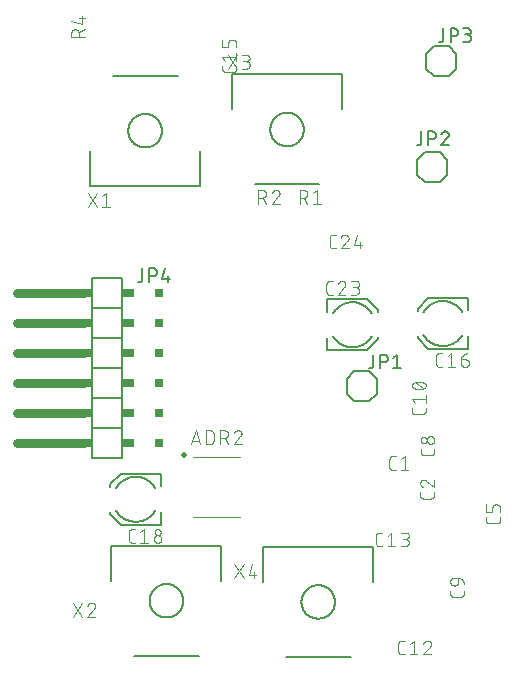
<source format=gbr>
G04 EAGLE Gerber RS-274X export*
G04 #@! %TF.Part,Single*
G04 #@! %TF.FileFunction,Legend,Top,1*
G04 #@! %TF.FilePolarity,Positive*
G04 #@! %TF.GenerationSoftware,Autodesk,EAGLE,9.1.0*
G04 #@! %TF.CreationDate,2018-07-26T08:16:40Z*
G75*
%MOMM*%
%FSLAX34Y34*%
%LPD*%
%AMOC8*
5,1,8,0,0,1.08239X$1,22.5*%
G01*
%ADD10C,0.500000*%
%ADD11C,0.120000*%
%ADD12C,0.101600*%
%ADD13C,0.203200*%
%ADD14C,0.152400*%
%ADD15C,0.127000*%
%ADD16C,0.762000*%
%ADD17R,0.508000X0.762000*%
%ADD18R,1.016000X0.762000*%
%ADD19R,0.762000X0.762000*%


D10*
X103335Y302840D03*
D11*
X110623Y300940D02*
X150623Y300940D01*
X150623Y250568D02*
X110623Y250568D01*
D12*
X109336Y312198D02*
X113231Y323882D01*
X117126Y312198D01*
X116152Y315119D02*
X110310Y315119D01*
X121796Y312198D02*
X121796Y323882D01*
X125042Y323882D01*
X125042Y323883D02*
X125155Y323881D01*
X125268Y323875D01*
X125381Y323865D01*
X125494Y323851D01*
X125606Y323834D01*
X125717Y323812D01*
X125827Y323787D01*
X125937Y323757D01*
X126045Y323724D01*
X126152Y323687D01*
X126258Y323647D01*
X126362Y323602D01*
X126465Y323554D01*
X126566Y323503D01*
X126665Y323448D01*
X126762Y323390D01*
X126857Y323328D01*
X126950Y323263D01*
X127040Y323195D01*
X127128Y323124D01*
X127214Y323049D01*
X127297Y322972D01*
X127377Y322892D01*
X127454Y322809D01*
X127529Y322723D01*
X127600Y322635D01*
X127668Y322545D01*
X127733Y322452D01*
X127795Y322357D01*
X127853Y322260D01*
X127908Y322161D01*
X127959Y322060D01*
X128007Y321957D01*
X128052Y321853D01*
X128092Y321747D01*
X128129Y321640D01*
X128162Y321532D01*
X128192Y321422D01*
X128217Y321312D01*
X128239Y321201D01*
X128256Y321089D01*
X128270Y320976D01*
X128280Y320863D01*
X128286Y320750D01*
X128288Y320637D01*
X128288Y315444D01*
X128286Y315331D01*
X128280Y315218D01*
X128270Y315105D01*
X128256Y314992D01*
X128239Y314880D01*
X128217Y314769D01*
X128192Y314659D01*
X128162Y314549D01*
X128129Y314441D01*
X128092Y314334D01*
X128052Y314228D01*
X128007Y314124D01*
X127959Y314021D01*
X127908Y313920D01*
X127853Y313821D01*
X127795Y313724D01*
X127733Y313629D01*
X127668Y313536D01*
X127600Y313446D01*
X127529Y313358D01*
X127454Y313272D01*
X127377Y313189D01*
X127297Y313109D01*
X127214Y313032D01*
X127128Y312957D01*
X127040Y312886D01*
X126950Y312818D01*
X126857Y312753D01*
X126762Y312691D01*
X126665Y312633D01*
X126566Y312578D01*
X126465Y312527D01*
X126362Y312479D01*
X126258Y312434D01*
X126152Y312394D01*
X126045Y312357D01*
X125937Y312324D01*
X125827Y312294D01*
X125717Y312269D01*
X125606Y312247D01*
X125494Y312230D01*
X125381Y312216D01*
X125268Y312206D01*
X125155Y312200D01*
X125042Y312198D01*
X121796Y312198D01*
X134062Y312198D02*
X134062Y323882D01*
X137308Y323882D01*
X137308Y323883D02*
X137421Y323881D01*
X137534Y323875D01*
X137647Y323865D01*
X137760Y323851D01*
X137872Y323834D01*
X137983Y323812D01*
X138093Y323787D01*
X138203Y323757D01*
X138311Y323724D01*
X138418Y323687D01*
X138524Y323647D01*
X138628Y323602D01*
X138731Y323554D01*
X138832Y323503D01*
X138931Y323448D01*
X139028Y323390D01*
X139123Y323328D01*
X139216Y323263D01*
X139306Y323195D01*
X139394Y323124D01*
X139480Y323049D01*
X139563Y322972D01*
X139643Y322892D01*
X139720Y322809D01*
X139795Y322723D01*
X139866Y322635D01*
X139934Y322545D01*
X139999Y322452D01*
X140061Y322357D01*
X140119Y322260D01*
X140174Y322161D01*
X140225Y322060D01*
X140273Y321957D01*
X140318Y321853D01*
X140358Y321747D01*
X140395Y321640D01*
X140428Y321532D01*
X140458Y321422D01*
X140483Y321312D01*
X140505Y321201D01*
X140522Y321089D01*
X140536Y320976D01*
X140546Y320863D01*
X140552Y320750D01*
X140554Y320637D01*
X140552Y320524D01*
X140546Y320411D01*
X140536Y320298D01*
X140522Y320185D01*
X140505Y320073D01*
X140483Y319962D01*
X140458Y319852D01*
X140428Y319742D01*
X140395Y319634D01*
X140358Y319527D01*
X140318Y319421D01*
X140273Y319317D01*
X140225Y319214D01*
X140174Y319113D01*
X140119Y319014D01*
X140061Y318917D01*
X139999Y318822D01*
X139934Y318729D01*
X139866Y318639D01*
X139795Y318551D01*
X139720Y318465D01*
X139643Y318382D01*
X139563Y318302D01*
X139480Y318225D01*
X139394Y318150D01*
X139306Y318079D01*
X139216Y318011D01*
X139123Y317946D01*
X139028Y317884D01*
X138931Y317826D01*
X138832Y317771D01*
X138731Y317720D01*
X138628Y317672D01*
X138524Y317627D01*
X138418Y317587D01*
X138311Y317550D01*
X138203Y317517D01*
X138093Y317487D01*
X137983Y317462D01*
X137872Y317440D01*
X137760Y317423D01*
X137647Y317409D01*
X137534Y317399D01*
X137421Y317393D01*
X137308Y317391D01*
X134062Y317391D01*
X137957Y317391D02*
X140553Y312198D01*
X151909Y320961D02*
X151907Y321068D01*
X151901Y321174D01*
X151891Y321280D01*
X151878Y321386D01*
X151860Y321492D01*
X151839Y321596D01*
X151814Y321700D01*
X151785Y321803D01*
X151753Y321904D01*
X151716Y322004D01*
X151676Y322103D01*
X151633Y322201D01*
X151586Y322297D01*
X151535Y322391D01*
X151481Y322483D01*
X151424Y322573D01*
X151364Y322661D01*
X151300Y322746D01*
X151233Y322829D01*
X151163Y322910D01*
X151091Y322988D01*
X151015Y323064D01*
X150937Y323136D01*
X150856Y323206D01*
X150773Y323273D01*
X150688Y323337D01*
X150600Y323397D01*
X150510Y323454D01*
X150418Y323508D01*
X150324Y323559D01*
X150228Y323606D01*
X150130Y323649D01*
X150031Y323689D01*
X149931Y323726D01*
X149830Y323758D01*
X149727Y323787D01*
X149623Y323812D01*
X149519Y323833D01*
X149413Y323851D01*
X149307Y323864D01*
X149201Y323874D01*
X149095Y323880D01*
X148988Y323882D01*
X148988Y323883D02*
X148867Y323881D01*
X148746Y323875D01*
X148626Y323865D01*
X148505Y323852D01*
X148386Y323834D01*
X148266Y323813D01*
X148148Y323788D01*
X148031Y323759D01*
X147914Y323726D01*
X147799Y323690D01*
X147685Y323649D01*
X147572Y323606D01*
X147460Y323558D01*
X147351Y323507D01*
X147243Y323452D01*
X147136Y323394D01*
X147032Y323333D01*
X146930Y323268D01*
X146830Y323200D01*
X146732Y323129D01*
X146636Y323055D01*
X146543Y322978D01*
X146453Y322897D01*
X146365Y322814D01*
X146280Y322728D01*
X146197Y322639D01*
X146118Y322548D01*
X146041Y322454D01*
X145968Y322358D01*
X145898Y322260D01*
X145831Y322159D01*
X145767Y322056D01*
X145707Y321951D01*
X145650Y321844D01*
X145596Y321736D01*
X145546Y321626D01*
X145500Y321514D01*
X145457Y321401D01*
X145418Y321286D01*
X150936Y318689D02*
X151015Y318766D01*
X151091Y318847D01*
X151164Y318930D01*
X151234Y319015D01*
X151301Y319103D01*
X151365Y319193D01*
X151425Y319285D01*
X151482Y319380D01*
X151536Y319476D01*
X151587Y319574D01*
X151634Y319674D01*
X151678Y319776D01*
X151718Y319879D01*
X151754Y319983D01*
X151786Y320089D01*
X151815Y320195D01*
X151840Y320303D01*
X151862Y320411D01*
X151879Y320521D01*
X151893Y320630D01*
X151902Y320740D01*
X151908Y320851D01*
X151910Y320961D01*
X150936Y318689D02*
X145418Y312198D01*
X151909Y312198D01*
X279714Y290259D02*
X282310Y290259D01*
X279714Y290260D02*
X279615Y290262D01*
X279515Y290268D01*
X279416Y290277D01*
X279318Y290290D01*
X279220Y290307D01*
X279122Y290328D01*
X279026Y290353D01*
X278931Y290381D01*
X278837Y290413D01*
X278744Y290448D01*
X278652Y290487D01*
X278562Y290530D01*
X278474Y290575D01*
X278387Y290625D01*
X278303Y290677D01*
X278220Y290733D01*
X278140Y290791D01*
X278062Y290853D01*
X277987Y290918D01*
X277914Y290986D01*
X277844Y291056D01*
X277776Y291129D01*
X277711Y291204D01*
X277649Y291282D01*
X277591Y291362D01*
X277535Y291445D01*
X277483Y291529D01*
X277433Y291616D01*
X277388Y291704D01*
X277345Y291794D01*
X277306Y291886D01*
X277271Y291979D01*
X277239Y292073D01*
X277211Y292168D01*
X277186Y292264D01*
X277165Y292362D01*
X277148Y292460D01*
X277135Y292558D01*
X277126Y292657D01*
X277120Y292757D01*
X277118Y292856D01*
X277117Y292856D02*
X277117Y299347D01*
X277118Y299347D02*
X277120Y299446D01*
X277126Y299546D01*
X277135Y299645D01*
X277148Y299743D01*
X277165Y299841D01*
X277186Y299939D01*
X277211Y300035D01*
X277239Y300130D01*
X277271Y300224D01*
X277306Y300317D01*
X277345Y300409D01*
X277388Y300499D01*
X277433Y300587D01*
X277483Y300674D01*
X277535Y300758D01*
X277591Y300841D01*
X277649Y300921D01*
X277711Y300999D01*
X277776Y301074D01*
X277844Y301147D01*
X277914Y301217D01*
X277987Y301285D01*
X278062Y301350D01*
X278140Y301412D01*
X278220Y301470D01*
X278303Y301526D01*
X278387Y301578D01*
X278474Y301628D01*
X278562Y301673D01*
X278652Y301716D01*
X278744Y301755D01*
X278836Y301790D01*
X278931Y301822D01*
X279026Y301850D01*
X279122Y301875D01*
X279220Y301896D01*
X279318Y301913D01*
X279416Y301926D01*
X279515Y301935D01*
X279615Y301941D01*
X279714Y301943D01*
X282310Y301943D01*
X286676Y299347D02*
X289921Y301943D01*
X289921Y290259D01*
X286676Y290259D02*
X293167Y290259D01*
X307856Y340296D02*
X307856Y342893D01*
X307856Y340296D02*
X307854Y340197D01*
X307848Y340097D01*
X307839Y339998D01*
X307826Y339900D01*
X307809Y339802D01*
X307788Y339704D01*
X307763Y339608D01*
X307735Y339513D01*
X307703Y339419D01*
X307668Y339326D01*
X307629Y339234D01*
X307586Y339144D01*
X307541Y339056D01*
X307491Y338969D01*
X307439Y338885D01*
X307383Y338802D01*
X307325Y338722D01*
X307263Y338644D01*
X307198Y338569D01*
X307130Y338496D01*
X307060Y338426D01*
X306987Y338358D01*
X306912Y338293D01*
X306834Y338231D01*
X306754Y338173D01*
X306671Y338117D01*
X306587Y338065D01*
X306500Y338015D01*
X306412Y337970D01*
X306322Y337927D01*
X306230Y337888D01*
X306137Y337853D01*
X306043Y337821D01*
X305948Y337793D01*
X305852Y337768D01*
X305754Y337747D01*
X305656Y337730D01*
X305558Y337717D01*
X305459Y337708D01*
X305359Y337702D01*
X305260Y337700D01*
X298769Y337700D01*
X298769Y337699D02*
X298670Y337701D01*
X298570Y337707D01*
X298471Y337716D01*
X298373Y337729D01*
X298275Y337747D01*
X298177Y337767D01*
X298081Y337792D01*
X297985Y337820D01*
X297891Y337852D01*
X297798Y337887D01*
X297707Y337926D01*
X297617Y337969D01*
X297528Y338014D01*
X297442Y338064D01*
X297357Y338116D01*
X297275Y338172D01*
X297195Y338231D01*
X297117Y338292D01*
X297041Y338357D01*
X296968Y338425D01*
X296898Y338495D01*
X296830Y338568D01*
X296765Y338644D01*
X296704Y338722D01*
X296645Y338802D01*
X296589Y338884D01*
X296537Y338969D01*
X296488Y339055D01*
X296442Y339144D01*
X296399Y339234D01*
X296360Y339325D01*
X296325Y339418D01*
X296293Y339512D01*
X296265Y339608D01*
X296240Y339704D01*
X296220Y339802D01*
X296202Y339900D01*
X296189Y339998D01*
X296180Y340097D01*
X296174Y340196D01*
X296172Y340296D01*
X296172Y342893D01*
X298769Y347258D02*
X296172Y350504D01*
X307856Y350504D01*
X307856Y353749D02*
X307856Y347258D01*
X302014Y358688D02*
X301784Y358691D01*
X301554Y358699D01*
X301325Y358713D01*
X301096Y358732D01*
X300867Y358757D01*
X300639Y358787D01*
X300412Y358822D01*
X300186Y358863D01*
X299961Y358909D01*
X299737Y358961D01*
X299514Y359018D01*
X299293Y359080D01*
X299073Y359148D01*
X298855Y359221D01*
X298639Y359299D01*
X298425Y359382D01*
X298213Y359470D01*
X298002Y359563D01*
X297795Y359662D01*
X297705Y359695D01*
X297616Y359731D01*
X297528Y359771D01*
X297443Y359815D01*
X297359Y359862D01*
X297277Y359912D01*
X297197Y359966D01*
X297120Y360022D01*
X297044Y360082D01*
X296971Y360145D01*
X296901Y360210D01*
X296833Y360279D01*
X296769Y360350D01*
X296707Y360423D01*
X296648Y360499D01*
X296592Y360577D01*
X296539Y360658D01*
X296490Y360740D01*
X296444Y360824D01*
X296401Y360911D01*
X296362Y360998D01*
X296326Y361088D01*
X296294Y361178D01*
X296266Y361270D01*
X296241Y361363D01*
X296220Y361457D01*
X296203Y361551D01*
X296189Y361646D01*
X296180Y361742D01*
X296174Y361838D01*
X296172Y361934D01*
X296174Y362030D01*
X296180Y362126D01*
X296189Y362222D01*
X296203Y362317D01*
X296220Y362411D01*
X296241Y362505D01*
X296266Y362598D01*
X296294Y362690D01*
X296326Y362780D01*
X296362Y362870D01*
X296401Y362958D01*
X296444Y363044D01*
X296490Y363128D01*
X296539Y363210D01*
X296592Y363291D01*
X296648Y363369D01*
X296707Y363445D01*
X296769Y363518D01*
X296833Y363589D01*
X296901Y363658D01*
X296971Y363723D01*
X297044Y363786D01*
X297120Y363846D01*
X297197Y363902D01*
X297277Y363956D01*
X297359Y364006D01*
X297443Y364053D01*
X297528Y364097D01*
X297616Y364137D01*
X297705Y364173D01*
X297795Y364206D01*
X298002Y364305D01*
X298213Y364398D01*
X298425Y364486D01*
X298639Y364569D01*
X298855Y364647D01*
X299073Y364720D01*
X299293Y364788D01*
X299514Y364850D01*
X299737Y364907D01*
X299961Y364959D01*
X300186Y365005D01*
X300412Y365046D01*
X300639Y365081D01*
X300867Y365111D01*
X301096Y365136D01*
X301325Y365155D01*
X301554Y365169D01*
X301784Y365177D01*
X302014Y365180D01*
X302014Y358688D02*
X302244Y358691D01*
X302474Y358699D01*
X302703Y358713D01*
X302932Y358732D01*
X303161Y358757D01*
X303389Y358787D01*
X303616Y358822D01*
X303842Y358863D01*
X304067Y358909D01*
X304291Y358961D01*
X304514Y359018D01*
X304735Y359080D01*
X304955Y359148D01*
X305173Y359221D01*
X305389Y359299D01*
X305603Y359382D01*
X305815Y359470D01*
X306026Y359563D01*
X306233Y359662D01*
X306234Y359662D02*
X306324Y359695D01*
X306413Y359731D01*
X306501Y359772D01*
X306586Y359815D01*
X306670Y359862D01*
X306752Y359912D01*
X306832Y359966D01*
X306909Y360022D01*
X306985Y360082D01*
X307058Y360145D01*
X307128Y360210D01*
X307196Y360279D01*
X307260Y360350D01*
X307322Y360423D01*
X307381Y360499D01*
X307437Y360577D01*
X307490Y360658D01*
X307539Y360740D01*
X307585Y360824D01*
X307628Y360911D01*
X307667Y360998D01*
X307703Y361088D01*
X307735Y361178D01*
X307763Y361270D01*
X307788Y361363D01*
X307809Y361457D01*
X307826Y361551D01*
X307840Y361646D01*
X307849Y361742D01*
X307855Y361838D01*
X307857Y361934D01*
X306233Y364205D02*
X306026Y364304D01*
X305815Y364397D01*
X305603Y364485D01*
X305389Y364568D01*
X305173Y364646D01*
X304955Y364719D01*
X304735Y364787D01*
X304514Y364849D01*
X304291Y364906D01*
X304067Y364958D01*
X303842Y365004D01*
X303616Y365045D01*
X303389Y365080D01*
X303161Y365110D01*
X302932Y365135D01*
X302703Y365154D01*
X302474Y365168D01*
X302244Y365176D01*
X302014Y365179D01*
X306234Y364206D02*
X306324Y364173D01*
X306413Y364137D01*
X306501Y364097D01*
X306586Y364053D01*
X306670Y364006D01*
X306752Y363956D01*
X306832Y363902D01*
X306909Y363846D01*
X306985Y363786D01*
X307058Y363723D01*
X307128Y363658D01*
X307196Y363589D01*
X307260Y363518D01*
X307322Y363445D01*
X307381Y363369D01*
X307437Y363291D01*
X307490Y363210D01*
X307539Y363128D01*
X307585Y363044D01*
X307628Y362957D01*
X307667Y362870D01*
X307703Y362780D01*
X307735Y362690D01*
X307763Y362598D01*
X307788Y362505D01*
X307809Y362411D01*
X307826Y362317D01*
X307840Y362222D01*
X307849Y362126D01*
X307855Y362030D01*
X307857Y361934D01*
X305260Y359337D02*
X298769Y364530D01*
X289949Y134200D02*
X287353Y134200D01*
X287254Y134202D01*
X287154Y134208D01*
X287055Y134217D01*
X286957Y134230D01*
X286859Y134247D01*
X286761Y134268D01*
X286665Y134293D01*
X286570Y134321D01*
X286476Y134353D01*
X286383Y134388D01*
X286291Y134427D01*
X286201Y134470D01*
X286113Y134515D01*
X286026Y134565D01*
X285942Y134617D01*
X285859Y134673D01*
X285779Y134731D01*
X285701Y134793D01*
X285626Y134858D01*
X285553Y134926D01*
X285483Y134996D01*
X285415Y135069D01*
X285350Y135144D01*
X285288Y135222D01*
X285230Y135302D01*
X285174Y135385D01*
X285122Y135469D01*
X285072Y135556D01*
X285027Y135644D01*
X284984Y135734D01*
X284945Y135826D01*
X284910Y135919D01*
X284878Y136013D01*
X284850Y136108D01*
X284825Y136204D01*
X284804Y136302D01*
X284787Y136400D01*
X284774Y136498D01*
X284765Y136597D01*
X284759Y136697D01*
X284757Y136796D01*
X284756Y136796D02*
X284756Y143287D01*
X284757Y143287D02*
X284759Y143386D01*
X284765Y143486D01*
X284774Y143585D01*
X284787Y143683D01*
X284804Y143781D01*
X284825Y143879D01*
X284850Y143975D01*
X284878Y144070D01*
X284910Y144164D01*
X284945Y144257D01*
X284984Y144349D01*
X285027Y144439D01*
X285072Y144527D01*
X285122Y144614D01*
X285174Y144698D01*
X285230Y144781D01*
X285288Y144861D01*
X285350Y144939D01*
X285415Y145014D01*
X285483Y145087D01*
X285553Y145157D01*
X285626Y145225D01*
X285701Y145290D01*
X285779Y145352D01*
X285859Y145410D01*
X285942Y145466D01*
X286026Y145518D01*
X286113Y145568D01*
X286201Y145613D01*
X286291Y145656D01*
X286383Y145695D01*
X286475Y145730D01*
X286570Y145762D01*
X286665Y145790D01*
X286761Y145815D01*
X286859Y145836D01*
X286957Y145853D01*
X287055Y145866D01*
X287154Y145875D01*
X287254Y145881D01*
X287353Y145883D01*
X287353Y145884D02*
X289949Y145884D01*
X294315Y143287D02*
X297560Y145884D01*
X297560Y134200D01*
X294315Y134200D02*
X300806Y134200D01*
X312236Y142963D02*
X312234Y143070D01*
X312228Y143176D01*
X312218Y143282D01*
X312205Y143388D01*
X312187Y143494D01*
X312166Y143598D01*
X312141Y143702D01*
X312112Y143805D01*
X312080Y143906D01*
X312043Y144006D01*
X312003Y144105D01*
X311960Y144203D01*
X311913Y144299D01*
X311862Y144393D01*
X311808Y144485D01*
X311751Y144575D01*
X311691Y144663D01*
X311627Y144748D01*
X311560Y144831D01*
X311490Y144912D01*
X311418Y144990D01*
X311342Y145066D01*
X311264Y145138D01*
X311183Y145208D01*
X311100Y145275D01*
X311015Y145339D01*
X310927Y145399D01*
X310837Y145456D01*
X310745Y145510D01*
X310651Y145561D01*
X310555Y145608D01*
X310457Y145651D01*
X310358Y145691D01*
X310258Y145728D01*
X310157Y145760D01*
X310054Y145789D01*
X309950Y145814D01*
X309846Y145835D01*
X309740Y145853D01*
X309634Y145866D01*
X309528Y145876D01*
X309422Y145882D01*
X309315Y145884D01*
X309194Y145882D01*
X309073Y145876D01*
X308953Y145866D01*
X308832Y145853D01*
X308713Y145835D01*
X308593Y145814D01*
X308475Y145789D01*
X308358Y145760D01*
X308241Y145727D01*
X308126Y145691D01*
X308012Y145650D01*
X307899Y145607D01*
X307787Y145559D01*
X307678Y145508D01*
X307570Y145453D01*
X307463Y145395D01*
X307359Y145334D01*
X307257Y145269D01*
X307157Y145201D01*
X307059Y145130D01*
X306963Y145056D01*
X306870Y144979D01*
X306780Y144898D01*
X306692Y144815D01*
X306607Y144729D01*
X306524Y144640D01*
X306445Y144549D01*
X306368Y144455D01*
X306295Y144359D01*
X306225Y144261D01*
X306158Y144160D01*
X306094Y144057D01*
X306034Y143952D01*
X305977Y143845D01*
X305923Y143737D01*
X305873Y143627D01*
X305827Y143515D01*
X305784Y143402D01*
X305745Y143287D01*
X311262Y140691D02*
X311341Y140768D01*
X311417Y140849D01*
X311490Y140932D01*
X311560Y141017D01*
X311627Y141105D01*
X311691Y141195D01*
X311751Y141287D01*
X311808Y141382D01*
X311862Y141478D01*
X311913Y141576D01*
X311960Y141676D01*
X312004Y141778D01*
X312044Y141881D01*
X312080Y141985D01*
X312112Y142091D01*
X312141Y142197D01*
X312166Y142305D01*
X312188Y142413D01*
X312205Y142523D01*
X312219Y142632D01*
X312228Y142742D01*
X312234Y142853D01*
X312236Y142963D01*
X311262Y140691D02*
X305745Y134200D01*
X312236Y134200D01*
X271167Y225692D02*
X268570Y225692D01*
X268471Y225694D01*
X268371Y225700D01*
X268272Y225709D01*
X268174Y225722D01*
X268076Y225739D01*
X267978Y225760D01*
X267882Y225785D01*
X267787Y225813D01*
X267693Y225845D01*
X267600Y225880D01*
X267508Y225919D01*
X267418Y225962D01*
X267330Y226007D01*
X267243Y226057D01*
X267159Y226109D01*
X267076Y226165D01*
X266996Y226223D01*
X266918Y226285D01*
X266843Y226350D01*
X266770Y226418D01*
X266700Y226488D01*
X266632Y226561D01*
X266567Y226636D01*
X266505Y226714D01*
X266447Y226794D01*
X266391Y226877D01*
X266339Y226961D01*
X266289Y227048D01*
X266244Y227136D01*
X266201Y227226D01*
X266162Y227318D01*
X266127Y227411D01*
X266095Y227505D01*
X266067Y227600D01*
X266042Y227696D01*
X266021Y227794D01*
X266004Y227892D01*
X265991Y227990D01*
X265982Y228089D01*
X265976Y228189D01*
X265974Y228288D01*
X265974Y234779D01*
X265976Y234878D01*
X265982Y234978D01*
X265991Y235077D01*
X266004Y235175D01*
X266021Y235273D01*
X266042Y235371D01*
X266067Y235467D01*
X266095Y235562D01*
X266127Y235656D01*
X266162Y235749D01*
X266201Y235841D01*
X266244Y235931D01*
X266289Y236019D01*
X266339Y236106D01*
X266391Y236190D01*
X266447Y236273D01*
X266505Y236353D01*
X266567Y236431D01*
X266632Y236506D01*
X266700Y236579D01*
X266770Y236649D01*
X266843Y236717D01*
X266918Y236782D01*
X266996Y236844D01*
X267076Y236902D01*
X267159Y236958D01*
X267243Y237010D01*
X267330Y237060D01*
X267418Y237105D01*
X267508Y237148D01*
X267600Y237187D01*
X267692Y237222D01*
X267787Y237254D01*
X267882Y237282D01*
X267978Y237307D01*
X268076Y237328D01*
X268174Y237345D01*
X268272Y237358D01*
X268371Y237367D01*
X268471Y237373D01*
X268570Y237375D01*
X268570Y237376D02*
X271167Y237376D01*
X275532Y234779D02*
X278777Y237376D01*
X278777Y225692D01*
X275532Y225692D02*
X282023Y225692D01*
X286962Y225692D02*
X290207Y225692D01*
X290207Y225691D02*
X290320Y225693D01*
X290433Y225699D01*
X290546Y225709D01*
X290659Y225723D01*
X290771Y225740D01*
X290882Y225762D01*
X290992Y225787D01*
X291102Y225817D01*
X291210Y225850D01*
X291317Y225887D01*
X291423Y225927D01*
X291527Y225972D01*
X291630Y226020D01*
X291731Y226071D01*
X291830Y226126D01*
X291927Y226184D01*
X292022Y226246D01*
X292115Y226311D01*
X292205Y226379D01*
X292293Y226450D01*
X292379Y226525D01*
X292462Y226602D01*
X292542Y226682D01*
X292619Y226765D01*
X292694Y226851D01*
X292765Y226939D01*
X292833Y227029D01*
X292898Y227122D01*
X292960Y227217D01*
X293018Y227314D01*
X293073Y227413D01*
X293124Y227514D01*
X293172Y227617D01*
X293217Y227721D01*
X293257Y227827D01*
X293294Y227934D01*
X293327Y228042D01*
X293357Y228152D01*
X293382Y228262D01*
X293404Y228373D01*
X293421Y228485D01*
X293435Y228598D01*
X293445Y228711D01*
X293451Y228824D01*
X293453Y228937D01*
X293451Y229050D01*
X293445Y229163D01*
X293435Y229276D01*
X293421Y229389D01*
X293404Y229501D01*
X293382Y229612D01*
X293357Y229722D01*
X293327Y229832D01*
X293294Y229940D01*
X293257Y230047D01*
X293217Y230153D01*
X293172Y230257D01*
X293124Y230360D01*
X293073Y230461D01*
X293018Y230560D01*
X292960Y230657D01*
X292898Y230752D01*
X292833Y230845D01*
X292765Y230935D01*
X292694Y231023D01*
X292619Y231109D01*
X292542Y231192D01*
X292462Y231272D01*
X292379Y231349D01*
X292293Y231424D01*
X292205Y231495D01*
X292115Y231563D01*
X292022Y231628D01*
X291927Y231690D01*
X291830Y231748D01*
X291731Y231803D01*
X291630Y231854D01*
X291527Y231902D01*
X291423Y231947D01*
X291317Y231987D01*
X291210Y232024D01*
X291102Y232057D01*
X290992Y232087D01*
X290882Y232112D01*
X290771Y232134D01*
X290659Y232151D01*
X290546Y232165D01*
X290433Y232175D01*
X290320Y232181D01*
X290207Y232183D01*
X290856Y237376D02*
X286962Y237376D01*
X290856Y237375D02*
X290957Y237373D01*
X291057Y237367D01*
X291157Y237357D01*
X291257Y237344D01*
X291356Y237326D01*
X291455Y237305D01*
X291552Y237280D01*
X291649Y237251D01*
X291744Y237218D01*
X291838Y237182D01*
X291930Y237142D01*
X292021Y237099D01*
X292110Y237052D01*
X292197Y237002D01*
X292283Y236948D01*
X292366Y236891D01*
X292446Y236831D01*
X292525Y236768D01*
X292601Y236701D01*
X292674Y236632D01*
X292744Y236560D01*
X292812Y236486D01*
X292877Y236409D01*
X292938Y236329D01*
X292997Y236247D01*
X293052Y236163D01*
X293104Y236077D01*
X293153Y235989D01*
X293198Y235899D01*
X293240Y235807D01*
X293278Y235714D01*
X293312Y235619D01*
X293343Y235524D01*
X293370Y235427D01*
X293393Y235329D01*
X293413Y235230D01*
X293428Y235130D01*
X293440Y235030D01*
X293448Y234930D01*
X293452Y234829D01*
X293452Y234729D01*
X293448Y234628D01*
X293440Y234528D01*
X293428Y234428D01*
X293413Y234328D01*
X293393Y234229D01*
X293370Y234131D01*
X293343Y234034D01*
X293312Y233939D01*
X293278Y233844D01*
X293240Y233751D01*
X293198Y233659D01*
X293153Y233569D01*
X293104Y233481D01*
X293052Y233395D01*
X292997Y233311D01*
X292938Y233229D01*
X292877Y233149D01*
X292812Y233072D01*
X292744Y232998D01*
X292674Y232926D01*
X292601Y232857D01*
X292525Y232790D01*
X292446Y232727D01*
X292366Y232667D01*
X292283Y232610D01*
X292197Y232556D01*
X292110Y232506D01*
X292021Y232459D01*
X291930Y232416D01*
X291838Y232376D01*
X291744Y232340D01*
X291649Y232307D01*
X291552Y232278D01*
X291455Y232253D01*
X291356Y232232D01*
X291257Y232214D01*
X291157Y232201D01*
X291057Y232191D01*
X290957Y232185D01*
X290856Y232183D01*
X288260Y232183D01*
X147342Y629844D02*
X147342Y632441D01*
X147341Y629844D02*
X147339Y629745D01*
X147333Y629645D01*
X147324Y629546D01*
X147311Y629448D01*
X147294Y629350D01*
X147273Y629252D01*
X147248Y629156D01*
X147220Y629061D01*
X147188Y628967D01*
X147153Y628874D01*
X147114Y628782D01*
X147071Y628692D01*
X147026Y628604D01*
X146976Y628517D01*
X146924Y628433D01*
X146868Y628350D01*
X146810Y628270D01*
X146748Y628192D01*
X146683Y628117D01*
X146615Y628044D01*
X146545Y627974D01*
X146472Y627906D01*
X146397Y627841D01*
X146319Y627779D01*
X146239Y627721D01*
X146156Y627665D01*
X146072Y627613D01*
X145985Y627563D01*
X145897Y627518D01*
X145807Y627475D01*
X145715Y627436D01*
X145622Y627401D01*
X145528Y627369D01*
X145433Y627341D01*
X145337Y627316D01*
X145239Y627295D01*
X145141Y627278D01*
X145043Y627265D01*
X144944Y627256D01*
X144844Y627250D01*
X144745Y627248D01*
X138254Y627248D01*
X138254Y627247D02*
X138155Y627249D01*
X138055Y627255D01*
X137956Y627264D01*
X137858Y627277D01*
X137760Y627295D01*
X137662Y627315D01*
X137566Y627340D01*
X137470Y627368D01*
X137376Y627400D01*
X137283Y627435D01*
X137192Y627474D01*
X137102Y627517D01*
X137013Y627562D01*
X136927Y627612D01*
X136842Y627664D01*
X136760Y627720D01*
X136680Y627779D01*
X136602Y627840D01*
X136526Y627905D01*
X136453Y627973D01*
X136383Y628043D01*
X136315Y628116D01*
X136250Y628192D01*
X136189Y628270D01*
X136130Y628350D01*
X136074Y628432D01*
X136022Y628517D01*
X135973Y628603D01*
X135927Y628692D01*
X135884Y628782D01*
X135845Y628873D01*
X135810Y628966D01*
X135778Y629060D01*
X135750Y629156D01*
X135725Y629252D01*
X135705Y629350D01*
X135687Y629448D01*
X135674Y629546D01*
X135665Y629645D01*
X135659Y629744D01*
X135657Y629844D01*
X135658Y629844D02*
X135658Y632441D01*
X138254Y636806D02*
X135658Y640052D01*
X147342Y640052D01*
X147342Y643297D02*
X147342Y636806D01*
X147342Y648236D02*
X147342Y652131D01*
X147341Y652131D02*
X147339Y652230D01*
X147333Y652330D01*
X147324Y652429D01*
X147311Y652527D01*
X147294Y652625D01*
X147273Y652723D01*
X147248Y652819D01*
X147220Y652914D01*
X147188Y653008D01*
X147153Y653101D01*
X147114Y653193D01*
X147071Y653283D01*
X147026Y653371D01*
X146976Y653458D01*
X146924Y653542D01*
X146868Y653625D01*
X146810Y653705D01*
X146748Y653783D01*
X146683Y653858D01*
X146615Y653931D01*
X146545Y654001D01*
X146472Y654069D01*
X146397Y654134D01*
X146319Y654196D01*
X146239Y654254D01*
X146156Y654310D01*
X146072Y654362D01*
X145985Y654412D01*
X145897Y654457D01*
X145807Y654500D01*
X145715Y654539D01*
X145622Y654574D01*
X145528Y654606D01*
X145433Y654634D01*
X145337Y654659D01*
X145239Y654680D01*
X145141Y654697D01*
X145043Y654710D01*
X144944Y654719D01*
X144844Y654725D01*
X144745Y654727D01*
X143447Y654727D01*
X143348Y654725D01*
X143248Y654719D01*
X143149Y654710D01*
X143051Y654697D01*
X142953Y654680D01*
X142855Y654659D01*
X142759Y654634D01*
X142664Y654606D01*
X142570Y654574D01*
X142477Y654539D01*
X142385Y654500D01*
X142295Y654457D01*
X142207Y654412D01*
X142120Y654362D01*
X142036Y654310D01*
X141953Y654254D01*
X141873Y654196D01*
X141795Y654134D01*
X141720Y654069D01*
X141647Y654001D01*
X141577Y653931D01*
X141509Y653858D01*
X141444Y653783D01*
X141382Y653705D01*
X141324Y653625D01*
X141268Y653542D01*
X141216Y653458D01*
X141166Y653371D01*
X141121Y653283D01*
X141078Y653193D01*
X141039Y653101D01*
X141004Y653008D01*
X140972Y652914D01*
X140944Y652819D01*
X140919Y652723D01*
X140898Y652625D01*
X140881Y652527D01*
X140868Y652429D01*
X140859Y652330D01*
X140853Y652230D01*
X140851Y652131D01*
X140851Y648236D01*
X135658Y648236D01*
X135658Y654727D01*
D13*
X309914Y435906D02*
X343914Y435906D01*
X343914Y425406D01*
X343914Y403406D02*
X343914Y392906D01*
X309914Y392906D01*
X300914Y401906D02*
X300914Y403406D01*
X300914Y424906D02*
X300914Y426906D01*
X309914Y435906D01*
X300914Y401906D02*
X309914Y392906D01*
X305914Y423906D02*
X306151Y424305D01*
X306397Y424699D01*
X306653Y425086D01*
X306918Y425467D01*
X307192Y425842D01*
X307475Y426209D01*
X307768Y426570D01*
X308068Y426924D01*
X308378Y427270D01*
X308696Y427608D01*
X309022Y427938D01*
X309355Y428261D01*
X309697Y428575D01*
X310046Y428881D01*
X310403Y429178D01*
X310767Y429467D01*
X311137Y429746D01*
X311515Y430016D01*
X311898Y430277D01*
X312288Y430529D01*
X312684Y430771D01*
X313086Y431004D01*
X313494Y431226D01*
X313906Y431438D01*
X314324Y431641D01*
X314747Y431833D01*
X315174Y432015D01*
X315605Y432186D01*
X316041Y432347D01*
X316480Y432497D01*
X316923Y432636D01*
X317369Y432764D01*
X317818Y432882D01*
X318270Y432988D01*
X318724Y433084D01*
X319180Y433168D01*
X319639Y433242D01*
X320099Y433304D01*
X320560Y433355D01*
X321023Y433394D01*
X321486Y433422D01*
X321950Y433439D01*
X322414Y433445D01*
X322878Y433439D01*
X323342Y433422D01*
X323805Y433394D01*
X324268Y433355D01*
X324729Y433304D01*
X325189Y433242D01*
X325648Y433168D01*
X326104Y433084D01*
X326558Y432988D01*
X327010Y432882D01*
X327459Y432764D01*
X327905Y432636D01*
X328348Y432497D01*
X328787Y432347D01*
X329223Y432186D01*
X329654Y432015D01*
X330081Y431833D01*
X330504Y431641D01*
X330922Y431438D01*
X331334Y431226D01*
X331742Y431004D01*
X332144Y430771D01*
X332540Y430529D01*
X332930Y430277D01*
X333313Y430016D01*
X333691Y429746D01*
X334061Y429467D01*
X334425Y429178D01*
X334782Y428881D01*
X335131Y428575D01*
X335473Y428261D01*
X335806Y427938D01*
X336132Y427608D01*
X336450Y427270D01*
X336760Y426924D01*
X337060Y426570D01*
X337353Y426209D01*
X337636Y425842D01*
X337910Y425467D01*
X338175Y425086D01*
X338431Y424699D01*
X338677Y424305D01*
X338914Y423906D01*
X338914Y404906D02*
X338677Y404507D01*
X338431Y404113D01*
X338175Y403726D01*
X337910Y403345D01*
X337636Y402970D01*
X337353Y402603D01*
X337060Y402242D01*
X336760Y401888D01*
X336450Y401542D01*
X336132Y401204D01*
X335806Y400874D01*
X335473Y400551D01*
X335131Y400237D01*
X334782Y399931D01*
X334425Y399634D01*
X334061Y399345D01*
X333691Y399066D01*
X333313Y398796D01*
X332930Y398535D01*
X332540Y398283D01*
X332144Y398041D01*
X331742Y397808D01*
X331334Y397586D01*
X330922Y397374D01*
X330504Y397171D01*
X330081Y396979D01*
X329654Y396797D01*
X329223Y396626D01*
X328787Y396465D01*
X328348Y396315D01*
X327905Y396176D01*
X327459Y396048D01*
X327010Y395930D01*
X326558Y395824D01*
X326104Y395728D01*
X325648Y395644D01*
X325189Y395570D01*
X324729Y395508D01*
X324268Y395457D01*
X323805Y395418D01*
X323342Y395390D01*
X322878Y395373D01*
X322414Y395367D01*
X321950Y395373D01*
X321486Y395390D01*
X321023Y395418D01*
X320560Y395457D01*
X320099Y395508D01*
X319639Y395570D01*
X319180Y395644D01*
X318724Y395728D01*
X318270Y395824D01*
X317818Y395930D01*
X317369Y396048D01*
X316923Y396176D01*
X316480Y396315D01*
X316041Y396465D01*
X315605Y396626D01*
X315174Y396797D01*
X314747Y396979D01*
X314324Y397171D01*
X313906Y397374D01*
X313494Y397586D01*
X313086Y397808D01*
X312684Y398041D01*
X312288Y398283D01*
X311898Y398535D01*
X311515Y398796D01*
X311137Y399066D01*
X310767Y399345D01*
X310403Y399634D01*
X310046Y399931D01*
X309697Y400237D01*
X309355Y400551D01*
X309022Y400874D01*
X308696Y401204D01*
X308378Y401542D01*
X308068Y401888D01*
X307768Y402242D01*
X307475Y402603D01*
X307192Y402970D01*
X306918Y403345D01*
X306653Y403726D01*
X306397Y404113D01*
X306151Y404507D01*
X305914Y404906D01*
D12*
X319423Y377414D02*
X322019Y377414D01*
X319423Y377414D02*
X319324Y377416D01*
X319224Y377422D01*
X319125Y377431D01*
X319027Y377444D01*
X318929Y377461D01*
X318831Y377482D01*
X318735Y377507D01*
X318640Y377535D01*
X318546Y377567D01*
X318453Y377602D01*
X318361Y377641D01*
X318271Y377684D01*
X318183Y377729D01*
X318096Y377779D01*
X318012Y377831D01*
X317929Y377887D01*
X317849Y377945D01*
X317771Y378007D01*
X317696Y378072D01*
X317623Y378140D01*
X317553Y378210D01*
X317485Y378283D01*
X317420Y378358D01*
X317358Y378436D01*
X317300Y378516D01*
X317244Y378599D01*
X317192Y378683D01*
X317142Y378770D01*
X317097Y378858D01*
X317054Y378948D01*
X317015Y379040D01*
X316980Y379133D01*
X316948Y379227D01*
X316920Y379322D01*
X316895Y379418D01*
X316874Y379516D01*
X316857Y379614D01*
X316844Y379712D01*
X316835Y379811D01*
X316829Y379911D01*
X316827Y380010D01*
X316827Y386501D01*
X316829Y386600D01*
X316835Y386700D01*
X316844Y386799D01*
X316857Y386897D01*
X316874Y386995D01*
X316895Y387093D01*
X316920Y387189D01*
X316948Y387284D01*
X316980Y387378D01*
X317015Y387471D01*
X317054Y387563D01*
X317097Y387653D01*
X317142Y387741D01*
X317192Y387828D01*
X317244Y387912D01*
X317300Y387995D01*
X317358Y388075D01*
X317420Y388153D01*
X317485Y388228D01*
X317553Y388301D01*
X317623Y388371D01*
X317696Y388439D01*
X317771Y388504D01*
X317849Y388566D01*
X317929Y388624D01*
X318012Y388680D01*
X318096Y388732D01*
X318183Y388782D01*
X318271Y388827D01*
X318361Y388870D01*
X318453Y388909D01*
X318545Y388944D01*
X318640Y388976D01*
X318735Y389004D01*
X318831Y389029D01*
X318929Y389050D01*
X319027Y389067D01*
X319125Y389080D01*
X319224Y389089D01*
X319324Y389095D01*
X319423Y389097D01*
X319423Y389098D02*
X322019Y389098D01*
X326385Y386501D02*
X329630Y389098D01*
X329630Y377414D01*
X326385Y377414D02*
X332876Y377414D01*
X337815Y383905D02*
X341709Y383905D01*
X341709Y383904D02*
X341808Y383902D01*
X341908Y383896D01*
X342007Y383887D01*
X342105Y383874D01*
X342203Y383857D01*
X342301Y383836D01*
X342397Y383811D01*
X342492Y383783D01*
X342586Y383751D01*
X342679Y383716D01*
X342771Y383677D01*
X342861Y383634D01*
X342949Y383589D01*
X343036Y383539D01*
X343120Y383487D01*
X343203Y383431D01*
X343283Y383373D01*
X343361Y383311D01*
X343436Y383246D01*
X343509Y383178D01*
X343579Y383108D01*
X343647Y383035D01*
X343712Y382960D01*
X343774Y382882D01*
X343832Y382802D01*
X343888Y382719D01*
X343940Y382635D01*
X343990Y382548D01*
X344035Y382460D01*
X344078Y382370D01*
X344117Y382278D01*
X344152Y382185D01*
X344184Y382091D01*
X344212Y381996D01*
X344237Y381900D01*
X344258Y381802D01*
X344275Y381704D01*
X344288Y381606D01*
X344297Y381507D01*
X344303Y381407D01*
X344305Y381308D01*
X344306Y381308D02*
X344306Y380659D01*
X344304Y380546D01*
X344298Y380433D01*
X344288Y380320D01*
X344274Y380207D01*
X344257Y380095D01*
X344235Y379984D01*
X344210Y379874D01*
X344180Y379764D01*
X344147Y379656D01*
X344110Y379549D01*
X344070Y379443D01*
X344025Y379339D01*
X343977Y379236D01*
X343926Y379135D01*
X343871Y379036D01*
X343813Y378939D01*
X343751Y378844D01*
X343686Y378751D01*
X343618Y378661D01*
X343547Y378573D01*
X343472Y378487D01*
X343395Y378404D01*
X343315Y378324D01*
X343232Y378247D01*
X343146Y378172D01*
X343058Y378101D01*
X342968Y378033D01*
X342875Y377968D01*
X342780Y377906D01*
X342683Y377848D01*
X342584Y377793D01*
X342483Y377742D01*
X342380Y377694D01*
X342276Y377649D01*
X342170Y377609D01*
X342063Y377572D01*
X341955Y377539D01*
X341845Y377509D01*
X341735Y377484D01*
X341624Y377462D01*
X341512Y377445D01*
X341399Y377431D01*
X341286Y377421D01*
X341173Y377415D01*
X341060Y377413D01*
X340947Y377415D01*
X340834Y377421D01*
X340721Y377431D01*
X340608Y377445D01*
X340496Y377462D01*
X340385Y377484D01*
X340275Y377509D01*
X340165Y377539D01*
X340057Y377572D01*
X339950Y377609D01*
X339844Y377649D01*
X339740Y377694D01*
X339637Y377742D01*
X339536Y377793D01*
X339437Y377848D01*
X339340Y377906D01*
X339245Y377968D01*
X339152Y378033D01*
X339062Y378101D01*
X338974Y378172D01*
X338888Y378247D01*
X338805Y378324D01*
X338725Y378404D01*
X338648Y378487D01*
X338573Y378573D01*
X338502Y378661D01*
X338434Y378751D01*
X338369Y378844D01*
X338307Y378939D01*
X338249Y379036D01*
X338194Y379135D01*
X338143Y379236D01*
X338095Y379339D01*
X338050Y379443D01*
X338010Y379549D01*
X337973Y379656D01*
X337940Y379764D01*
X337910Y379874D01*
X337885Y379984D01*
X337863Y380095D01*
X337846Y380207D01*
X337832Y380320D01*
X337822Y380433D01*
X337816Y380546D01*
X337814Y380659D01*
X337815Y380659D02*
X337815Y383905D01*
X337817Y384048D01*
X337823Y384191D01*
X337833Y384334D01*
X337847Y384476D01*
X337864Y384618D01*
X337886Y384760D01*
X337911Y384901D01*
X337941Y385041D01*
X337974Y385180D01*
X338011Y385318D01*
X338052Y385455D01*
X338096Y385591D01*
X338145Y385726D01*
X338197Y385859D01*
X338252Y385991D01*
X338312Y386121D01*
X338375Y386250D01*
X338441Y386377D01*
X338511Y386501D01*
X338584Y386624D01*
X338661Y386745D01*
X338741Y386864D01*
X338824Y386980D01*
X338910Y387095D01*
X338999Y387206D01*
X339092Y387316D01*
X339187Y387422D01*
X339286Y387526D01*
X339387Y387627D01*
X339491Y387726D01*
X339597Y387821D01*
X339707Y387914D01*
X339818Y388003D01*
X339933Y388089D01*
X340049Y388172D01*
X340168Y388252D01*
X340289Y388329D01*
X340411Y388402D01*
X340536Y388472D01*
X340663Y388538D01*
X340792Y388601D01*
X340922Y388661D01*
X341054Y388716D01*
X341187Y388768D01*
X341322Y388817D01*
X341458Y388861D01*
X341595Y388902D01*
X341733Y388939D01*
X341872Y388972D01*
X342012Y389002D01*
X342153Y389027D01*
X342295Y389049D01*
X342437Y389066D01*
X342579Y389080D01*
X342722Y389090D01*
X342865Y389096D01*
X343008Y389098D01*
D13*
X83726Y287117D02*
X49726Y287117D01*
X83726Y287117D02*
X83726Y276617D01*
X83726Y254617D02*
X83726Y244117D01*
X49726Y244117D01*
X40726Y253117D02*
X40726Y254617D01*
X40726Y276117D02*
X40726Y278117D01*
X49726Y287117D01*
X40726Y253117D02*
X49726Y244117D01*
X45726Y275117D02*
X45963Y275516D01*
X46209Y275910D01*
X46465Y276297D01*
X46730Y276678D01*
X47004Y277053D01*
X47287Y277420D01*
X47580Y277781D01*
X47880Y278135D01*
X48190Y278481D01*
X48508Y278819D01*
X48834Y279149D01*
X49167Y279472D01*
X49509Y279786D01*
X49858Y280092D01*
X50215Y280389D01*
X50579Y280678D01*
X50949Y280957D01*
X51327Y281227D01*
X51710Y281488D01*
X52100Y281740D01*
X52496Y281982D01*
X52898Y282215D01*
X53306Y282437D01*
X53718Y282649D01*
X54136Y282852D01*
X54559Y283044D01*
X54986Y283226D01*
X55417Y283397D01*
X55853Y283558D01*
X56292Y283708D01*
X56735Y283847D01*
X57181Y283975D01*
X57630Y284093D01*
X58082Y284199D01*
X58536Y284295D01*
X58992Y284379D01*
X59451Y284453D01*
X59911Y284515D01*
X60372Y284566D01*
X60835Y284605D01*
X61298Y284633D01*
X61762Y284650D01*
X62226Y284656D01*
X62690Y284650D01*
X63154Y284633D01*
X63617Y284605D01*
X64080Y284566D01*
X64541Y284515D01*
X65001Y284453D01*
X65460Y284379D01*
X65916Y284295D01*
X66370Y284199D01*
X66822Y284093D01*
X67271Y283975D01*
X67717Y283847D01*
X68160Y283708D01*
X68599Y283558D01*
X69035Y283397D01*
X69466Y283226D01*
X69893Y283044D01*
X70316Y282852D01*
X70734Y282649D01*
X71146Y282437D01*
X71554Y282215D01*
X71956Y281982D01*
X72352Y281740D01*
X72742Y281488D01*
X73125Y281227D01*
X73503Y280957D01*
X73873Y280678D01*
X74237Y280389D01*
X74594Y280092D01*
X74943Y279786D01*
X75285Y279472D01*
X75618Y279149D01*
X75944Y278819D01*
X76262Y278481D01*
X76572Y278135D01*
X76872Y277781D01*
X77165Y277420D01*
X77448Y277053D01*
X77722Y276678D01*
X77987Y276297D01*
X78243Y275910D01*
X78489Y275516D01*
X78726Y275117D01*
X78726Y256117D02*
X78489Y255718D01*
X78243Y255324D01*
X77987Y254937D01*
X77722Y254556D01*
X77448Y254181D01*
X77165Y253814D01*
X76872Y253453D01*
X76572Y253099D01*
X76262Y252753D01*
X75944Y252415D01*
X75618Y252085D01*
X75285Y251762D01*
X74943Y251448D01*
X74594Y251142D01*
X74237Y250845D01*
X73873Y250556D01*
X73503Y250277D01*
X73125Y250007D01*
X72742Y249746D01*
X72352Y249494D01*
X71956Y249252D01*
X71554Y249019D01*
X71146Y248797D01*
X70734Y248585D01*
X70316Y248382D01*
X69893Y248190D01*
X69466Y248008D01*
X69035Y247837D01*
X68599Y247676D01*
X68160Y247526D01*
X67717Y247387D01*
X67271Y247259D01*
X66822Y247141D01*
X66370Y247035D01*
X65916Y246939D01*
X65460Y246855D01*
X65001Y246781D01*
X64541Y246719D01*
X64080Y246668D01*
X63617Y246629D01*
X63154Y246601D01*
X62690Y246584D01*
X62226Y246578D01*
X61762Y246584D01*
X61298Y246601D01*
X60835Y246629D01*
X60372Y246668D01*
X59911Y246719D01*
X59451Y246781D01*
X58992Y246855D01*
X58536Y246939D01*
X58082Y247035D01*
X57630Y247141D01*
X57181Y247259D01*
X56735Y247387D01*
X56292Y247526D01*
X55853Y247676D01*
X55417Y247837D01*
X54986Y248008D01*
X54559Y248190D01*
X54136Y248382D01*
X53718Y248585D01*
X53306Y248797D01*
X52898Y249019D01*
X52496Y249252D01*
X52100Y249494D01*
X51710Y249746D01*
X51327Y250007D01*
X50949Y250277D01*
X50579Y250556D01*
X50215Y250845D01*
X49858Y251142D01*
X49509Y251448D01*
X49167Y251762D01*
X48834Y252085D01*
X48508Y252415D01*
X48190Y252753D01*
X47880Y253099D01*
X47580Y253453D01*
X47287Y253814D01*
X47004Y254181D01*
X46730Y254556D01*
X46465Y254937D01*
X46209Y255324D01*
X45963Y255718D01*
X45726Y256117D01*
D12*
X59236Y228625D02*
X61832Y228625D01*
X59236Y228626D02*
X59137Y228628D01*
X59037Y228634D01*
X58938Y228643D01*
X58840Y228656D01*
X58742Y228673D01*
X58644Y228694D01*
X58548Y228719D01*
X58453Y228747D01*
X58359Y228779D01*
X58266Y228814D01*
X58174Y228853D01*
X58084Y228896D01*
X57996Y228941D01*
X57909Y228991D01*
X57825Y229043D01*
X57742Y229099D01*
X57662Y229157D01*
X57584Y229219D01*
X57509Y229284D01*
X57436Y229352D01*
X57366Y229422D01*
X57298Y229495D01*
X57233Y229570D01*
X57171Y229648D01*
X57113Y229728D01*
X57057Y229811D01*
X57005Y229895D01*
X56955Y229982D01*
X56910Y230070D01*
X56867Y230160D01*
X56828Y230252D01*
X56793Y230345D01*
X56761Y230439D01*
X56733Y230534D01*
X56708Y230630D01*
X56687Y230728D01*
X56670Y230826D01*
X56657Y230924D01*
X56648Y231023D01*
X56642Y231123D01*
X56640Y231222D01*
X56639Y231222D02*
X56639Y237713D01*
X56640Y237713D02*
X56642Y237812D01*
X56648Y237912D01*
X56657Y238011D01*
X56670Y238109D01*
X56687Y238207D01*
X56708Y238305D01*
X56733Y238401D01*
X56761Y238496D01*
X56793Y238590D01*
X56828Y238683D01*
X56867Y238775D01*
X56910Y238865D01*
X56955Y238953D01*
X57005Y239040D01*
X57057Y239124D01*
X57113Y239207D01*
X57171Y239287D01*
X57233Y239365D01*
X57298Y239440D01*
X57366Y239513D01*
X57436Y239583D01*
X57509Y239651D01*
X57584Y239716D01*
X57662Y239778D01*
X57742Y239836D01*
X57825Y239892D01*
X57909Y239944D01*
X57996Y239994D01*
X58084Y240039D01*
X58174Y240082D01*
X58266Y240121D01*
X58358Y240156D01*
X58453Y240188D01*
X58548Y240216D01*
X58644Y240241D01*
X58742Y240262D01*
X58840Y240279D01*
X58938Y240292D01*
X59037Y240301D01*
X59137Y240307D01*
X59236Y240309D01*
X61832Y240309D01*
X66197Y237713D02*
X69443Y240309D01*
X69443Y228625D01*
X66197Y228625D02*
X72689Y228625D01*
X77627Y231871D02*
X77629Y231984D01*
X77635Y232097D01*
X77645Y232210D01*
X77659Y232323D01*
X77676Y232435D01*
X77698Y232546D01*
X77723Y232656D01*
X77753Y232766D01*
X77786Y232874D01*
X77823Y232981D01*
X77863Y233087D01*
X77908Y233191D01*
X77956Y233294D01*
X78007Y233395D01*
X78062Y233494D01*
X78120Y233591D01*
X78182Y233686D01*
X78247Y233779D01*
X78315Y233869D01*
X78386Y233957D01*
X78461Y234043D01*
X78538Y234126D01*
X78618Y234206D01*
X78701Y234283D01*
X78787Y234358D01*
X78875Y234429D01*
X78965Y234497D01*
X79058Y234562D01*
X79153Y234624D01*
X79250Y234682D01*
X79349Y234737D01*
X79450Y234788D01*
X79553Y234836D01*
X79657Y234881D01*
X79763Y234921D01*
X79870Y234958D01*
X79978Y234991D01*
X80088Y235021D01*
X80198Y235046D01*
X80309Y235068D01*
X80421Y235085D01*
X80534Y235099D01*
X80647Y235109D01*
X80760Y235115D01*
X80873Y235117D01*
X80986Y235115D01*
X81099Y235109D01*
X81212Y235099D01*
X81325Y235085D01*
X81437Y235068D01*
X81548Y235046D01*
X81658Y235021D01*
X81768Y234991D01*
X81876Y234958D01*
X81983Y234921D01*
X82089Y234881D01*
X82193Y234836D01*
X82296Y234788D01*
X82397Y234737D01*
X82496Y234682D01*
X82593Y234624D01*
X82688Y234562D01*
X82781Y234497D01*
X82871Y234429D01*
X82959Y234358D01*
X83045Y234283D01*
X83128Y234206D01*
X83208Y234126D01*
X83285Y234043D01*
X83360Y233957D01*
X83431Y233869D01*
X83499Y233779D01*
X83564Y233686D01*
X83626Y233591D01*
X83684Y233494D01*
X83739Y233395D01*
X83790Y233294D01*
X83838Y233191D01*
X83883Y233087D01*
X83923Y232981D01*
X83960Y232874D01*
X83993Y232766D01*
X84023Y232656D01*
X84048Y232546D01*
X84070Y232435D01*
X84087Y232323D01*
X84101Y232210D01*
X84111Y232097D01*
X84117Y231984D01*
X84119Y231871D01*
X84117Y231758D01*
X84111Y231645D01*
X84101Y231532D01*
X84087Y231419D01*
X84070Y231307D01*
X84048Y231196D01*
X84023Y231086D01*
X83993Y230976D01*
X83960Y230868D01*
X83923Y230761D01*
X83883Y230655D01*
X83838Y230551D01*
X83790Y230448D01*
X83739Y230347D01*
X83684Y230248D01*
X83626Y230151D01*
X83564Y230056D01*
X83499Y229963D01*
X83431Y229873D01*
X83360Y229785D01*
X83285Y229699D01*
X83208Y229616D01*
X83128Y229536D01*
X83045Y229459D01*
X82959Y229384D01*
X82871Y229313D01*
X82781Y229245D01*
X82688Y229180D01*
X82593Y229118D01*
X82496Y229060D01*
X82397Y229005D01*
X82296Y228954D01*
X82193Y228906D01*
X82089Y228861D01*
X81983Y228821D01*
X81876Y228784D01*
X81768Y228751D01*
X81658Y228721D01*
X81548Y228696D01*
X81437Y228674D01*
X81325Y228657D01*
X81212Y228643D01*
X81099Y228633D01*
X80986Y228627D01*
X80873Y228625D01*
X80760Y228627D01*
X80647Y228633D01*
X80534Y228643D01*
X80421Y228657D01*
X80309Y228674D01*
X80198Y228696D01*
X80088Y228721D01*
X79978Y228751D01*
X79870Y228784D01*
X79763Y228821D01*
X79657Y228861D01*
X79553Y228906D01*
X79450Y228954D01*
X79349Y229005D01*
X79250Y229060D01*
X79153Y229118D01*
X79058Y229180D01*
X78965Y229245D01*
X78875Y229313D01*
X78787Y229384D01*
X78701Y229459D01*
X78618Y229536D01*
X78538Y229616D01*
X78461Y229699D01*
X78386Y229785D01*
X78315Y229873D01*
X78247Y229963D01*
X78182Y230056D01*
X78120Y230151D01*
X78062Y230248D01*
X78007Y230347D01*
X77956Y230448D01*
X77908Y230551D01*
X77863Y230655D01*
X77823Y230761D01*
X77786Y230868D01*
X77753Y230976D01*
X77723Y231086D01*
X77698Y231196D01*
X77676Y231307D01*
X77659Y231419D01*
X77645Y231532D01*
X77635Y231645D01*
X77629Y231758D01*
X77627Y231871D01*
X78277Y237713D02*
X78279Y237814D01*
X78285Y237914D01*
X78295Y238014D01*
X78308Y238114D01*
X78326Y238213D01*
X78347Y238312D01*
X78372Y238409D01*
X78401Y238506D01*
X78434Y238601D01*
X78470Y238695D01*
X78510Y238787D01*
X78553Y238878D01*
X78600Y238967D01*
X78650Y239054D01*
X78704Y239140D01*
X78761Y239223D01*
X78821Y239303D01*
X78884Y239382D01*
X78951Y239458D01*
X79020Y239531D01*
X79092Y239601D01*
X79166Y239669D01*
X79243Y239734D01*
X79323Y239795D01*
X79405Y239854D01*
X79489Y239909D01*
X79575Y239961D01*
X79663Y240010D01*
X79753Y240055D01*
X79845Y240097D01*
X79938Y240135D01*
X80033Y240169D01*
X80128Y240200D01*
X80225Y240227D01*
X80323Y240250D01*
X80422Y240270D01*
X80522Y240285D01*
X80622Y240297D01*
X80722Y240305D01*
X80823Y240309D01*
X80923Y240309D01*
X81024Y240305D01*
X81124Y240297D01*
X81224Y240285D01*
X81324Y240270D01*
X81423Y240250D01*
X81521Y240227D01*
X81618Y240200D01*
X81713Y240169D01*
X81808Y240135D01*
X81901Y240097D01*
X81993Y240055D01*
X82083Y240010D01*
X82171Y239961D01*
X82257Y239909D01*
X82341Y239854D01*
X82423Y239795D01*
X82503Y239734D01*
X82580Y239669D01*
X82654Y239601D01*
X82726Y239531D01*
X82795Y239458D01*
X82862Y239382D01*
X82925Y239303D01*
X82985Y239223D01*
X83042Y239140D01*
X83096Y239054D01*
X83146Y238967D01*
X83193Y238878D01*
X83236Y238787D01*
X83276Y238695D01*
X83312Y238601D01*
X83345Y238506D01*
X83374Y238409D01*
X83399Y238312D01*
X83420Y238213D01*
X83438Y238114D01*
X83451Y238014D01*
X83461Y237914D01*
X83467Y237814D01*
X83469Y237713D01*
X83467Y237612D01*
X83461Y237512D01*
X83451Y237412D01*
X83438Y237312D01*
X83420Y237213D01*
X83399Y237114D01*
X83374Y237017D01*
X83345Y236920D01*
X83312Y236825D01*
X83276Y236731D01*
X83236Y236639D01*
X83193Y236548D01*
X83146Y236459D01*
X83096Y236372D01*
X83042Y236286D01*
X82985Y236203D01*
X82925Y236123D01*
X82862Y236044D01*
X82795Y235968D01*
X82726Y235895D01*
X82654Y235825D01*
X82580Y235757D01*
X82503Y235692D01*
X82423Y235631D01*
X82341Y235572D01*
X82257Y235517D01*
X82171Y235465D01*
X82083Y235416D01*
X81993Y235371D01*
X81901Y235329D01*
X81808Y235291D01*
X81713Y235257D01*
X81618Y235226D01*
X81521Y235199D01*
X81423Y235176D01*
X81324Y235156D01*
X81224Y235141D01*
X81124Y235129D01*
X81024Y235121D01*
X80923Y235117D01*
X80823Y235117D01*
X80722Y235121D01*
X80622Y235129D01*
X80522Y235141D01*
X80422Y235156D01*
X80323Y235176D01*
X80225Y235199D01*
X80128Y235226D01*
X80033Y235257D01*
X79938Y235291D01*
X79845Y235329D01*
X79753Y235371D01*
X79663Y235416D01*
X79575Y235465D01*
X79489Y235517D01*
X79405Y235572D01*
X79323Y235631D01*
X79243Y235692D01*
X79166Y235757D01*
X79092Y235825D01*
X79020Y235895D01*
X78951Y235968D01*
X78884Y236044D01*
X78821Y236123D01*
X78761Y236203D01*
X78704Y236286D01*
X78650Y236372D01*
X78600Y236459D01*
X78553Y236548D01*
X78510Y236639D01*
X78470Y236731D01*
X78434Y236825D01*
X78401Y236920D01*
X78372Y237017D01*
X78347Y237114D01*
X78326Y237213D01*
X78308Y237312D01*
X78295Y237412D01*
X78285Y237512D01*
X78279Y237612D01*
X78277Y237713D01*
X314891Y268782D02*
X314891Y271378D01*
X314890Y268782D02*
X314888Y268683D01*
X314882Y268583D01*
X314873Y268484D01*
X314860Y268386D01*
X314843Y268288D01*
X314822Y268190D01*
X314797Y268094D01*
X314769Y267999D01*
X314737Y267905D01*
X314702Y267812D01*
X314663Y267720D01*
X314620Y267630D01*
X314575Y267542D01*
X314525Y267455D01*
X314473Y267371D01*
X314417Y267288D01*
X314359Y267208D01*
X314297Y267130D01*
X314232Y267055D01*
X314164Y266982D01*
X314094Y266912D01*
X314021Y266844D01*
X313946Y266779D01*
X313868Y266717D01*
X313788Y266659D01*
X313705Y266603D01*
X313621Y266551D01*
X313534Y266501D01*
X313446Y266456D01*
X313356Y266413D01*
X313264Y266374D01*
X313171Y266339D01*
X313077Y266307D01*
X312982Y266279D01*
X312886Y266254D01*
X312788Y266233D01*
X312690Y266216D01*
X312592Y266203D01*
X312493Y266194D01*
X312393Y266188D01*
X312294Y266186D01*
X312294Y266185D02*
X305803Y266185D01*
X305704Y266187D01*
X305604Y266193D01*
X305505Y266202D01*
X305407Y266215D01*
X305309Y266233D01*
X305211Y266253D01*
X305115Y266278D01*
X305019Y266306D01*
X304925Y266338D01*
X304832Y266373D01*
X304741Y266412D01*
X304651Y266455D01*
X304562Y266500D01*
X304476Y266550D01*
X304391Y266602D01*
X304309Y266658D01*
X304229Y266717D01*
X304151Y266778D01*
X304075Y266843D01*
X304002Y266911D01*
X303932Y266981D01*
X303864Y267054D01*
X303799Y267130D01*
X303738Y267208D01*
X303679Y267288D01*
X303623Y267370D01*
X303571Y267455D01*
X303522Y267541D01*
X303476Y267630D01*
X303433Y267720D01*
X303394Y267811D01*
X303359Y267904D01*
X303327Y267998D01*
X303299Y268094D01*
X303274Y268190D01*
X303254Y268288D01*
X303236Y268386D01*
X303223Y268484D01*
X303214Y268583D01*
X303208Y268682D01*
X303206Y268782D01*
X303207Y268782D02*
X303207Y271378D01*
X303207Y279314D02*
X303209Y279421D01*
X303215Y279527D01*
X303225Y279633D01*
X303238Y279739D01*
X303256Y279845D01*
X303277Y279949D01*
X303302Y280053D01*
X303331Y280156D01*
X303363Y280257D01*
X303400Y280357D01*
X303440Y280456D01*
X303483Y280554D01*
X303530Y280650D01*
X303581Y280744D01*
X303635Y280836D01*
X303692Y280926D01*
X303752Y281014D01*
X303816Y281099D01*
X303883Y281182D01*
X303953Y281263D01*
X304025Y281341D01*
X304101Y281417D01*
X304179Y281489D01*
X304260Y281559D01*
X304343Y281626D01*
X304428Y281690D01*
X304516Y281750D01*
X304606Y281807D01*
X304698Y281861D01*
X304792Y281912D01*
X304888Y281959D01*
X304986Y282002D01*
X305085Y282042D01*
X305185Y282079D01*
X305286Y282111D01*
X305389Y282140D01*
X305493Y282165D01*
X305597Y282186D01*
X305703Y282204D01*
X305809Y282217D01*
X305915Y282227D01*
X306021Y282233D01*
X306128Y282235D01*
X303206Y279314D02*
X303208Y279193D01*
X303214Y279072D01*
X303224Y278952D01*
X303237Y278831D01*
X303255Y278712D01*
X303276Y278592D01*
X303301Y278474D01*
X303330Y278357D01*
X303363Y278240D01*
X303399Y278125D01*
X303440Y278011D01*
X303483Y277898D01*
X303531Y277786D01*
X303582Y277677D01*
X303637Y277569D01*
X303695Y277462D01*
X303756Y277358D01*
X303821Y277256D01*
X303889Y277156D01*
X303960Y277058D01*
X304034Y276962D01*
X304111Y276869D01*
X304192Y276779D01*
X304275Y276691D01*
X304361Y276606D01*
X304450Y276523D01*
X304541Y276444D01*
X304635Y276367D01*
X304731Y276294D01*
X304829Y276224D01*
X304930Y276157D01*
X305033Y276093D01*
X305138Y276033D01*
X305245Y275975D01*
X305353Y275922D01*
X305463Y275872D01*
X305575Y275826D01*
X305688Y275783D01*
X305803Y275744D01*
X308400Y281260D02*
X308322Y281339D01*
X308242Y281415D01*
X308159Y281488D01*
X308073Y281558D01*
X307986Y281625D01*
X307895Y281689D01*
X307803Y281749D01*
X307709Y281807D01*
X307612Y281861D01*
X307514Y281911D01*
X307414Y281958D01*
X307313Y282002D01*
X307210Y282042D01*
X307105Y282078D01*
X307000Y282110D01*
X306893Y282139D01*
X306786Y282164D01*
X306677Y282186D01*
X306568Y282203D01*
X306459Y282217D01*
X306349Y282226D01*
X306238Y282232D01*
X306128Y282234D01*
X308400Y281261D02*
X314891Y275744D01*
X314891Y282235D01*
D13*
X258230Y391878D02*
X224230Y391878D01*
X224230Y402378D01*
X224230Y424378D02*
X224230Y434878D01*
X258230Y434878D01*
X267230Y425878D02*
X267230Y424378D01*
X267230Y402878D02*
X267230Y400878D01*
X258230Y391878D01*
X267230Y425878D02*
X258230Y434878D01*
X262230Y403878D02*
X261993Y403479D01*
X261747Y403085D01*
X261491Y402698D01*
X261226Y402317D01*
X260952Y401942D01*
X260669Y401575D01*
X260376Y401214D01*
X260076Y400860D01*
X259766Y400514D01*
X259448Y400176D01*
X259122Y399846D01*
X258789Y399523D01*
X258447Y399209D01*
X258098Y398903D01*
X257741Y398606D01*
X257377Y398317D01*
X257007Y398038D01*
X256629Y397768D01*
X256246Y397507D01*
X255856Y397255D01*
X255460Y397013D01*
X255058Y396780D01*
X254650Y396558D01*
X254238Y396346D01*
X253820Y396143D01*
X253397Y395951D01*
X252970Y395769D01*
X252539Y395598D01*
X252103Y395437D01*
X251664Y395287D01*
X251221Y395148D01*
X250775Y395020D01*
X250326Y394902D01*
X249874Y394796D01*
X249420Y394700D01*
X248964Y394616D01*
X248505Y394542D01*
X248045Y394480D01*
X247584Y394429D01*
X247121Y394390D01*
X246658Y394362D01*
X246194Y394345D01*
X245730Y394339D01*
X245266Y394345D01*
X244802Y394362D01*
X244339Y394390D01*
X243876Y394429D01*
X243415Y394480D01*
X242955Y394542D01*
X242496Y394616D01*
X242040Y394700D01*
X241586Y394796D01*
X241134Y394902D01*
X240685Y395020D01*
X240239Y395148D01*
X239796Y395287D01*
X239357Y395437D01*
X238921Y395598D01*
X238490Y395769D01*
X238063Y395951D01*
X237640Y396143D01*
X237222Y396346D01*
X236810Y396558D01*
X236402Y396780D01*
X236000Y397013D01*
X235604Y397255D01*
X235214Y397507D01*
X234831Y397768D01*
X234453Y398038D01*
X234083Y398317D01*
X233719Y398606D01*
X233362Y398903D01*
X233013Y399209D01*
X232671Y399523D01*
X232338Y399846D01*
X232012Y400176D01*
X231694Y400514D01*
X231384Y400860D01*
X231084Y401214D01*
X230791Y401575D01*
X230508Y401942D01*
X230234Y402317D01*
X229969Y402698D01*
X229713Y403085D01*
X229467Y403479D01*
X229230Y403878D01*
X229230Y422878D02*
X229467Y423277D01*
X229713Y423671D01*
X229969Y424058D01*
X230234Y424439D01*
X230508Y424814D01*
X230791Y425181D01*
X231084Y425542D01*
X231384Y425896D01*
X231694Y426242D01*
X232012Y426580D01*
X232338Y426910D01*
X232671Y427233D01*
X233013Y427547D01*
X233362Y427853D01*
X233719Y428150D01*
X234083Y428439D01*
X234453Y428718D01*
X234831Y428988D01*
X235214Y429249D01*
X235604Y429501D01*
X236000Y429743D01*
X236402Y429976D01*
X236810Y430198D01*
X237222Y430410D01*
X237640Y430613D01*
X238063Y430805D01*
X238490Y430987D01*
X238921Y431158D01*
X239357Y431319D01*
X239796Y431469D01*
X240239Y431608D01*
X240685Y431736D01*
X241134Y431854D01*
X241586Y431960D01*
X242040Y432056D01*
X242496Y432140D01*
X242955Y432214D01*
X243415Y432276D01*
X243876Y432327D01*
X244339Y432366D01*
X244802Y432394D01*
X245266Y432411D01*
X245730Y432417D01*
X246194Y432411D01*
X246658Y432394D01*
X247121Y432366D01*
X247584Y432327D01*
X248045Y432276D01*
X248505Y432214D01*
X248964Y432140D01*
X249420Y432056D01*
X249874Y431960D01*
X250326Y431854D01*
X250775Y431736D01*
X251221Y431608D01*
X251664Y431469D01*
X252103Y431319D01*
X252539Y431158D01*
X252970Y430987D01*
X253397Y430805D01*
X253820Y430613D01*
X254238Y430410D01*
X254650Y430198D01*
X255058Y429976D01*
X255460Y429743D01*
X255856Y429501D01*
X256246Y429249D01*
X256629Y428988D01*
X257007Y428718D01*
X257377Y428439D01*
X257741Y428150D01*
X258098Y427853D01*
X258447Y427547D01*
X258789Y427233D01*
X259122Y426910D01*
X259448Y426580D01*
X259766Y426242D01*
X260076Y425896D01*
X260376Y425542D01*
X260669Y425181D01*
X260952Y424814D01*
X261226Y424439D01*
X261491Y424058D01*
X261747Y423671D01*
X261993Y423277D01*
X262230Y422878D01*
D12*
X229031Y438686D02*
X226435Y438686D01*
X226435Y438687D02*
X226336Y438689D01*
X226236Y438695D01*
X226137Y438704D01*
X226039Y438717D01*
X225941Y438734D01*
X225843Y438755D01*
X225747Y438780D01*
X225652Y438808D01*
X225558Y438840D01*
X225465Y438875D01*
X225373Y438914D01*
X225283Y438957D01*
X225195Y439002D01*
X225108Y439052D01*
X225024Y439104D01*
X224941Y439160D01*
X224861Y439218D01*
X224783Y439280D01*
X224708Y439345D01*
X224635Y439413D01*
X224565Y439483D01*
X224497Y439556D01*
X224432Y439631D01*
X224370Y439709D01*
X224312Y439789D01*
X224256Y439872D01*
X224204Y439956D01*
X224154Y440043D01*
X224109Y440131D01*
X224066Y440221D01*
X224027Y440313D01*
X223992Y440406D01*
X223960Y440500D01*
X223932Y440595D01*
X223907Y440691D01*
X223886Y440789D01*
X223869Y440887D01*
X223856Y440985D01*
X223847Y441084D01*
X223841Y441184D01*
X223839Y441283D01*
X223838Y441283D02*
X223838Y447774D01*
X223839Y447774D02*
X223841Y447873D01*
X223847Y447973D01*
X223856Y448072D01*
X223869Y448170D01*
X223886Y448268D01*
X223907Y448366D01*
X223932Y448462D01*
X223960Y448557D01*
X223992Y448651D01*
X224027Y448744D01*
X224066Y448836D01*
X224109Y448926D01*
X224154Y449014D01*
X224204Y449101D01*
X224256Y449185D01*
X224312Y449268D01*
X224370Y449348D01*
X224432Y449426D01*
X224497Y449501D01*
X224565Y449574D01*
X224635Y449644D01*
X224708Y449712D01*
X224783Y449777D01*
X224861Y449839D01*
X224941Y449897D01*
X225024Y449953D01*
X225108Y450005D01*
X225195Y450055D01*
X225283Y450100D01*
X225373Y450143D01*
X225465Y450182D01*
X225557Y450217D01*
X225652Y450249D01*
X225747Y450277D01*
X225843Y450302D01*
X225941Y450323D01*
X226039Y450340D01*
X226137Y450353D01*
X226236Y450362D01*
X226336Y450368D01*
X226435Y450370D01*
X229031Y450370D01*
X236967Y450370D02*
X237074Y450368D01*
X237180Y450362D01*
X237286Y450352D01*
X237392Y450339D01*
X237498Y450321D01*
X237602Y450300D01*
X237706Y450275D01*
X237809Y450246D01*
X237910Y450214D01*
X238010Y450177D01*
X238109Y450137D01*
X238207Y450094D01*
X238303Y450047D01*
X238397Y449996D01*
X238489Y449942D01*
X238579Y449885D01*
X238667Y449825D01*
X238752Y449761D01*
X238835Y449694D01*
X238916Y449624D01*
X238994Y449552D01*
X239070Y449476D01*
X239142Y449398D01*
X239212Y449317D01*
X239279Y449234D01*
X239343Y449149D01*
X239403Y449061D01*
X239460Y448971D01*
X239514Y448879D01*
X239565Y448785D01*
X239612Y448689D01*
X239655Y448591D01*
X239695Y448492D01*
X239732Y448392D01*
X239764Y448291D01*
X239793Y448188D01*
X239818Y448084D01*
X239839Y447980D01*
X239857Y447874D01*
X239870Y447768D01*
X239880Y447662D01*
X239886Y447556D01*
X239888Y447449D01*
X236967Y450371D02*
X236846Y450369D01*
X236725Y450363D01*
X236605Y450353D01*
X236484Y450340D01*
X236365Y450322D01*
X236245Y450301D01*
X236127Y450276D01*
X236010Y450247D01*
X235893Y450214D01*
X235778Y450178D01*
X235664Y450137D01*
X235551Y450094D01*
X235439Y450046D01*
X235330Y449995D01*
X235222Y449940D01*
X235115Y449882D01*
X235011Y449821D01*
X234909Y449756D01*
X234809Y449688D01*
X234711Y449617D01*
X234615Y449543D01*
X234522Y449466D01*
X234432Y449385D01*
X234344Y449302D01*
X234259Y449216D01*
X234176Y449127D01*
X234097Y449036D01*
X234020Y448942D01*
X233947Y448846D01*
X233877Y448748D01*
X233810Y448647D01*
X233746Y448544D01*
X233686Y448439D01*
X233629Y448332D01*
X233575Y448224D01*
X233525Y448114D01*
X233479Y448002D01*
X233436Y447889D01*
X233397Y447774D01*
X238914Y445177D02*
X238993Y445254D01*
X239069Y445335D01*
X239142Y445418D01*
X239212Y445503D01*
X239279Y445591D01*
X239343Y445681D01*
X239403Y445773D01*
X239460Y445868D01*
X239514Y445964D01*
X239565Y446062D01*
X239612Y446162D01*
X239656Y446264D01*
X239696Y446367D01*
X239732Y446471D01*
X239764Y446577D01*
X239793Y446683D01*
X239818Y446791D01*
X239840Y446899D01*
X239857Y447009D01*
X239871Y447118D01*
X239880Y447228D01*
X239886Y447339D01*
X239888Y447449D01*
X238914Y445177D02*
X233397Y438686D01*
X239888Y438686D01*
X244827Y438686D02*
X248072Y438686D01*
X248185Y438688D01*
X248298Y438694D01*
X248411Y438704D01*
X248524Y438718D01*
X248636Y438735D01*
X248747Y438757D01*
X248857Y438782D01*
X248967Y438812D01*
X249075Y438845D01*
X249182Y438882D01*
X249288Y438922D01*
X249392Y438967D01*
X249495Y439015D01*
X249596Y439066D01*
X249695Y439121D01*
X249792Y439179D01*
X249887Y439241D01*
X249980Y439306D01*
X250070Y439374D01*
X250158Y439445D01*
X250244Y439520D01*
X250327Y439597D01*
X250407Y439677D01*
X250484Y439760D01*
X250559Y439846D01*
X250630Y439934D01*
X250698Y440024D01*
X250763Y440117D01*
X250825Y440212D01*
X250883Y440309D01*
X250938Y440408D01*
X250989Y440509D01*
X251037Y440612D01*
X251082Y440716D01*
X251122Y440822D01*
X251159Y440929D01*
X251192Y441037D01*
X251222Y441147D01*
X251247Y441257D01*
X251269Y441368D01*
X251286Y441480D01*
X251300Y441593D01*
X251310Y441706D01*
X251316Y441819D01*
X251318Y441932D01*
X251316Y442045D01*
X251310Y442158D01*
X251300Y442271D01*
X251286Y442384D01*
X251269Y442496D01*
X251247Y442607D01*
X251222Y442717D01*
X251192Y442827D01*
X251159Y442935D01*
X251122Y443042D01*
X251082Y443148D01*
X251037Y443252D01*
X250989Y443355D01*
X250938Y443456D01*
X250883Y443555D01*
X250825Y443652D01*
X250763Y443747D01*
X250698Y443840D01*
X250630Y443930D01*
X250559Y444018D01*
X250484Y444104D01*
X250407Y444187D01*
X250327Y444267D01*
X250244Y444344D01*
X250158Y444419D01*
X250070Y444490D01*
X249980Y444558D01*
X249887Y444623D01*
X249792Y444685D01*
X249695Y444743D01*
X249596Y444798D01*
X249495Y444849D01*
X249392Y444897D01*
X249288Y444942D01*
X249182Y444982D01*
X249075Y445019D01*
X248967Y445052D01*
X248857Y445082D01*
X248747Y445107D01*
X248636Y445129D01*
X248524Y445146D01*
X248411Y445160D01*
X248298Y445170D01*
X248185Y445176D01*
X248072Y445178D01*
X248721Y450370D02*
X244827Y450370D01*
X248721Y450370D02*
X248822Y450368D01*
X248922Y450362D01*
X249022Y450352D01*
X249122Y450339D01*
X249221Y450321D01*
X249320Y450300D01*
X249417Y450275D01*
X249514Y450246D01*
X249609Y450213D01*
X249703Y450177D01*
X249795Y450137D01*
X249886Y450094D01*
X249975Y450047D01*
X250062Y449997D01*
X250148Y449943D01*
X250231Y449886D01*
X250311Y449826D01*
X250390Y449763D01*
X250466Y449696D01*
X250539Y449627D01*
X250609Y449555D01*
X250677Y449481D01*
X250742Y449404D01*
X250803Y449324D01*
X250862Y449242D01*
X250917Y449158D01*
X250969Y449072D01*
X251018Y448984D01*
X251063Y448894D01*
X251105Y448802D01*
X251143Y448709D01*
X251177Y448614D01*
X251208Y448519D01*
X251235Y448422D01*
X251258Y448324D01*
X251278Y448225D01*
X251293Y448125D01*
X251305Y448025D01*
X251313Y447925D01*
X251317Y447824D01*
X251317Y447724D01*
X251313Y447623D01*
X251305Y447523D01*
X251293Y447423D01*
X251278Y447323D01*
X251258Y447224D01*
X251235Y447126D01*
X251208Y447029D01*
X251177Y446934D01*
X251143Y446839D01*
X251105Y446746D01*
X251063Y446654D01*
X251018Y446564D01*
X250969Y446476D01*
X250917Y446390D01*
X250862Y446306D01*
X250803Y446224D01*
X250742Y446144D01*
X250677Y446067D01*
X250609Y445993D01*
X250539Y445921D01*
X250466Y445852D01*
X250390Y445785D01*
X250311Y445722D01*
X250231Y445662D01*
X250148Y445605D01*
X250062Y445551D01*
X249975Y445501D01*
X249886Y445454D01*
X249795Y445411D01*
X249703Y445371D01*
X249609Y445335D01*
X249514Y445302D01*
X249417Y445273D01*
X249320Y445248D01*
X249221Y445227D01*
X249122Y445209D01*
X249022Y445196D01*
X248922Y445186D01*
X248822Y445180D01*
X248721Y445178D01*
X248721Y445177D02*
X246125Y445177D01*
X231659Y477978D02*
X229063Y477978D01*
X229063Y477979D02*
X228964Y477981D01*
X228864Y477987D01*
X228765Y477996D01*
X228667Y478009D01*
X228569Y478026D01*
X228471Y478047D01*
X228375Y478072D01*
X228280Y478100D01*
X228186Y478132D01*
X228093Y478167D01*
X228001Y478206D01*
X227911Y478249D01*
X227823Y478294D01*
X227736Y478344D01*
X227652Y478396D01*
X227569Y478452D01*
X227489Y478510D01*
X227411Y478572D01*
X227336Y478637D01*
X227263Y478705D01*
X227193Y478775D01*
X227125Y478848D01*
X227060Y478923D01*
X226998Y479001D01*
X226940Y479081D01*
X226884Y479164D01*
X226832Y479248D01*
X226782Y479335D01*
X226737Y479423D01*
X226694Y479513D01*
X226655Y479605D01*
X226620Y479698D01*
X226588Y479792D01*
X226560Y479887D01*
X226535Y479983D01*
X226514Y480081D01*
X226497Y480179D01*
X226484Y480277D01*
X226475Y480376D01*
X226469Y480476D01*
X226467Y480575D01*
X226466Y480575D02*
X226466Y487066D01*
X226467Y487066D02*
X226469Y487165D01*
X226475Y487265D01*
X226484Y487364D01*
X226497Y487462D01*
X226514Y487560D01*
X226535Y487658D01*
X226560Y487754D01*
X226588Y487849D01*
X226620Y487943D01*
X226655Y488036D01*
X226694Y488128D01*
X226737Y488218D01*
X226782Y488306D01*
X226832Y488393D01*
X226884Y488477D01*
X226940Y488560D01*
X226998Y488640D01*
X227060Y488718D01*
X227125Y488793D01*
X227193Y488866D01*
X227263Y488936D01*
X227336Y489004D01*
X227411Y489069D01*
X227489Y489131D01*
X227569Y489189D01*
X227652Y489245D01*
X227736Y489297D01*
X227823Y489347D01*
X227911Y489392D01*
X228001Y489435D01*
X228093Y489474D01*
X228185Y489509D01*
X228280Y489541D01*
X228375Y489569D01*
X228471Y489594D01*
X228569Y489615D01*
X228667Y489632D01*
X228765Y489645D01*
X228864Y489654D01*
X228964Y489660D01*
X229063Y489662D01*
X231659Y489662D01*
X239595Y489662D02*
X239702Y489660D01*
X239808Y489654D01*
X239914Y489644D01*
X240020Y489631D01*
X240126Y489613D01*
X240230Y489592D01*
X240334Y489567D01*
X240437Y489538D01*
X240538Y489506D01*
X240638Y489469D01*
X240737Y489429D01*
X240835Y489386D01*
X240931Y489339D01*
X241025Y489288D01*
X241117Y489234D01*
X241207Y489177D01*
X241295Y489117D01*
X241380Y489053D01*
X241463Y488986D01*
X241544Y488916D01*
X241622Y488844D01*
X241698Y488768D01*
X241770Y488690D01*
X241840Y488609D01*
X241907Y488526D01*
X241971Y488441D01*
X242031Y488353D01*
X242088Y488263D01*
X242142Y488171D01*
X242193Y488077D01*
X242240Y487981D01*
X242283Y487883D01*
X242323Y487784D01*
X242360Y487684D01*
X242392Y487583D01*
X242421Y487480D01*
X242446Y487376D01*
X242467Y487272D01*
X242485Y487166D01*
X242498Y487060D01*
X242508Y486954D01*
X242514Y486848D01*
X242516Y486741D01*
X239595Y489663D02*
X239474Y489661D01*
X239353Y489655D01*
X239233Y489645D01*
X239112Y489632D01*
X238993Y489614D01*
X238873Y489593D01*
X238755Y489568D01*
X238638Y489539D01*
X238521Y489506D01*
X238406Y489470D01*
X238292Y489429D01*
X238179Y489386D01*
X238067Y489338D01*
X237958Y489287D01*
X237850Y489232D01*
X237743Y489174D01*
X237639Y489113D01*
X237537Y489048D01*
X237437Y488980D01*
X237339Y488909D01*
X237243Y488835D01*
X237150Y488758D01*
X237060Y488677D01*
X236972Y488594D01*
X236887Y488508D01*
X236804Y488419D01*
X236725Y488328D01*
X236648Y488234D01*
X236575Y488138D01*
X236505Y488040D01*
X236438Y487939D01*
X236374Y487836D01*
X236314Y487731D01*
X236257Y487624D01*
X236203Y487516D01*
X236153Y487406D01*
X236107Y487294D01*
X236064Y487181D01*
X236025Y487066D01*
X241542Y484469D02*
X241621Y484546D01*
X241697Y484627D01*
X241770Y484710D01*
X241840Y484795D01*
X241907Y484883D01*
X241971Y484973D01*
X242031Y485065D01*
X242088Y485160D01*
X242142Y485256D01*
X242193Y485354D01*
X242240Y485454D01*
X242284Y485556D01*
X242324Y485659D01*
X242360Y485763D01*
X242392Y485869D01*
X242421Y485975D01*
X242446Y486083D01*
X242468Y486191D01*
X242485Y486301D01*
X242499Y486410D01*
X242508Y486520D01*
X242514Y486631D01*
X242516Y486741D01*
X241542Y484469D02*
X236025Y477978D01*
X242516Y477978D01*
X247454Y480575D02*
X250051Y489662D01*
X247454Y480575D02*
X253946Y480575D01*
X251998Y483171D02*
X251998Y477978D01*
X370761Y250275D02*
X370761Y247679D01*
X370759Y247580D01*
X370753Y247480D01*
X370744Y247381D01*
X370731Y247283D01*
X370714Y247185D01*
X370693Y247087D01*
X370668Y246991D01*
X370640Y246896D01*
X370608Y246802D01*
X370573Y246709D01*
X370534Y246617D01*
X370491Y246527D01*
X370446Y246439D01*
X370396Y246352D01*
X370344Y246268D01*
X370288Y246185D01*
X370230Y246105D01*
X370168Y246027D01*
X370103Y245952D01*
X370035Y245879D01*
X369965Y245809D01*
X369892Y245741D01*
X369817Y245676D01*
X369739Y245614D01*
X369659Y245556D01*
X369576Y245500D01*
X369492Y245448D01*
X369405Y245398D01*
X369317Y245353D01*
X369227Y245310D01*
X369135Y245271D01*
X369042Y245236D01*
X368948Y245204D01*
X368853Y245176D01*
X368757Y245151D01*
X368659Y245130D01*
X368561Y245113D01*
X368463Y245100D01*
X368364Y245091D01*
X368264Y245085D01*
X368165Y245083D01*
X368165Y245082D02*
X361674Y245082D01*
X361575Y245084D01*
X361475Y245090D01*
X361376Y245099D01*
X361278Y245112D01*
X361180Y245130D01*
X361082Y245150D01*
X360986Y245175D01*
X360890Y245203D01*
X360796Y245235D01*
X360703Y245270D01*
X360612Y245309D01*
X360522Y245352D01*
X360433Y245397D01*
X360347Y245447D01*
X360262Y245499D01*
X360180Y245555D01*
X360100Y245614D01*
X360022Y245675D01*
X359946Y245740D01*
X359873Y245808D01*
X359803Y245878D01*
X359735Y245951D01*
X359670Y246027D01*
X359609Y246105D01*
X359550Y246185D01*
X359494Y246267D01*
X359442Y246352D01*
X359393Y246438D01*
X359347Y246527D01*
X359304Y246617D01*
X359265Y246708D01*
X359230Y246801D01*
X359198Y246895D01*
X359170Y246991D01*
X359145Y247087D01*
X359125Y247185D01*
X359107Y247283D01*
X359094Y247381D01*
X359085Y247480D01*
X359079Y247579D01*
X359077Y247679D01*
X359077Y250275D01*
X370761Y254641D02*
X370761Y258535D01*
X370759Y258634D01*
X370753Y258734D01*
X370744Y258833D01*
X370731Y258931D01*
X370714Y259029D01*
X370693Y259127D01*
X370668Y259223D01*
X370640Y259318D01*
X370608Y259412D01*
X370573Y259505D01*
X370534Y259597D01*
X370491Y259687D01*
X370446Y259775D01*
X370396Y259862D01*
X370344Y259946D01*
X370288Y260029D01*
X370230Y260109D01*
X370168Y260187D01*
X370103Y260262D01*
X370035Y260335D01*
X369965Y260405D01*
X369892Y260473D01*
X369817Y260538D01*
X369739Y260600D01*
X369659Y260658D01*
X369576Y260714D01*
X369492Y260766D01*
X369405Y260816D01*
X369317Y260861D01*
X369227Y260904D01*
X369135Y260943D01*
X369042Y260978D01*
X368948Y261010D01*
X368853Y261038D01*
X368757Y261063D01*
X368659Y261084D01*
X368561Y261101D01*
X368463Y261114D01*
X368364Y261123D01*
X368264Y261129D01*
X368165Y261131D01*
X368165Y261132D02*
X366866Y261132D01*
X366866Y261131D02*
X366767Y261129D01*
X366667Y261123D01*
X366568Y261114D01*
X366470Y261101D01*
X366372Y261084D01*
X366274Y261063D01*
X366178Y261038D01*
X366083Y261010D01*
X365989Y260978D01*
X365896Y260943D01*
X365804Y260904D01*
X365714Y260861D01*
X365626Y260816D01*
X365539Y260766D01*
X365455Y260714D01*
X365372Y260658D01*
X365292Y260600D01*
X365214Y260538D01*
X365139Y260473D01*
X365066Y260405D01*
X364996Y260335D01*
X364928Y260262D01*
X364863Y260187D01*
X364801Y260109D01*
X364743Y260029D01*
X364687Y259946D01*
X364635Y259862D01*
X364585Y259775D01*
X364540Y259687D01*
X364497Y259597D01*
X364458Y259505D01*
X364423Y259412D01*
X364391Y259318D01*
X364363Y259223D01*
X364338Y259127D01*
X364317Y259029D01*
X364300Y258931D01*
X364287Y258833D01*
X364278Y258734D01*
X364272Y258634D01*
X364270Y258535D01*
X364270Y254641D01*
X359077Y254641D01*
X359077Y261132D01*
X315231Y305425D02*
X315231Y308022D01*
X315231Y305425D02*
X315229Y305326D01*
X315223Y305226D01*
X315214Y305127D01*
X315201Y305029D01*
X315184Y304931D01*
X315163Y304833D01*
X315138Y304737D01*
X315110Y304642D01*
X315078Y304548D01*
X315043Y304455D01*
X315004Y304363D01*
X314961Y304273D01*
X314916Y304185D01*
X314866Y304098D01*
X314814Y304014D01*
X314758Y303931D01*
X314700Y303851D01*
X314638Y303773D01*
X314573Y303698D01*
X314505Y303625D01*
X314435Y303555D01*
X314362Y303487D01*
X314287Y303422D01*
X314209Y303360D01*
X314129Y303302D01*
X314046Y303246D01*
X313962Y303194D01*
X313875Y303144D01*
X313787Y303099D01*
X313697Y303056D01*
X313605Y303017D01*
X313512Y302982D01*
X313418Y302950D01*
X313323Y302922D01*
X313227Y302897D01*
X313129Y302876D01*
X313031Y302859D01*
X312933Y302846D01*
X312834Y302837D01*
X312734Y302831D01*
X312635Y302829D01*
X306144Y302829D01*
X306144Y302828D02*
X306045Y302830D01*
X305945Y302836D01*
X305846Y302845D01*
X305748Y302858D01*
X305650Y302876D01*
X305552Y302896D01*
X305456Y302921D01*
X305360Y302949D01*
X305266Y302981D01*
X305173Y303016D01*
X305082Y303055D01*
X304992Y303098D01*
X304903Y303143D01*
X304817Y303193D01*
X304732Y303245D01*
X304650Y303301D01*
X304570Y303360D01*
X304492Y303421D01*
X304416Y303486D01*
X304343Y303554D01*
X304273Y303624D01*
X304205Y303697D01*
X304140Y303773D01*
X304079Y303851D01*
X304020Y303931D01*
X303964Y304013D01*
X303912Y304098D01*
X303863Y304184D01*
X303817Y304273D01*
X303774Y304363D01*
X303735Y304454D01*
X303700Y304547D01*
X303668Y304641D01*
X303640Y304737D01*
X303615Y304833D01*
X303595Y304931D01*
X303577Y305029D01*
X303564Y305127D01*
X303555Y305226D01*
X303549Y305325D01*
X303547Y305425D01*
X303547Y308022D01*
X311986Y312387D02*
X311873Y312389D01*
X311760Y312395D01*
X311647Y312405D01*
X311534Y312419D01*
X311422Y312436D01*
X311311Y312458D01*
X311201Y312483D01*
X311091Y312513D01*
X310983Y312546D01*
X310876Y312583D01*
X310770Y312623D01*
X310666Y312668D01*
X310563Y312716D01*
X310462Y312767D01*
X310363Y312822D01*
X310266Y312880D01*
X310171Y312942D01*
X310078Y313007D01*
X309988Y313075D01*
X309900Y313146D01*
X309814Y313221D01*
X309731Y313298D01*
X309651Y313378D01*
X309574Y313461D01*
X309499Y313547D01*
X309428Y313635D01*
X309360Y313725D01*
X309295Y313818D01*
X309233Y313913D01*
X309175Y314010D01*
X309120Y314109D01*
X309069Y314210D01*
X309021Y314313D01*
X308976Y314417D01*
X308936Y314523D01*
X308899Y314630D01*
X308866Y314738D01*
X308836Y314848D01*
X308811Y314958D01*
X308789Y315069D01*
X308772Y315181D01*
X308758Y315294D01*
X308748Y315407D01*
X308742Y315520D01*
X308740Y315633D01*
X308742Y315746D01*
X308748Y315859D01*
X308758Y315972D01*
X308772Y316085D01*
X308789Y316197D01*
X308811Y316308D01*
X308836Y316418D01*
X308866Y316528D01*
X308899Y316636D01*
X308936Y316743D01*
X308976Y316849D01*
X309021Y316953D01*
X309069Y317056D01*
X309120Y317157D01*
X309175Y317256D01*
X309233Y317353D01*
X309295Y317448D01*
X309360Y317541D01*
X309428Y317631D01*
X309499Y317719D01*
X309574Y317805D01*
X309651Y317888D01*
X309731Y317968D01*
X309814Y318045D01*
X309900Y318120D01*
X309988Y318191D01*
X310078Y318259D01*
X310171Y318324D01*
X310266Y318386D01*
X310363Y318444D01*
X310462Y318499D01*
X310563Y318550D01*
X310666Y318598D01*
X310770Y318643D01*
X310876Y318683D01*
X310983Y318720D01*
X311091Y318753D01*
X311201Y318783D01*
X311311Y318808D01*
X311422Y318830D01*
X311534Y318847D01*
X311647Y318861D01*
X311760Y318871D01*
X311873Y318877D01*
X311986Y318879D01*
X312099Y318877D01*
X312212Y318871D01*
X312325Y318861D01*
X312438Y318847D01*
X312550Y318830D01*
X312661Y318808D01*
X312771Y318783D01*
X312881Y318753D01*
X312989Y318720D01*
X313096Y318683D01*
X313202Y318643D01*
X313306Y318598D01*
X313409Y318550D01*
X313510Y318499D01*
X313609Y318444D01*
X313706Y318386D01*
X313801Y318324D01*
X313894Y318259D01*
X313984Y318191D01*
X314072Y318120D01*
X314158Y318045D01*
X314241Y317968D01*
X314321Y317888D01*
X314398Y317805D01*
X314473Y317719D01*
X314544Y317631D01*
X314612Y317541D01*
X314677Y317448D01*
X314739Y317353D01*
X314797Y317256D01*
X314852Y317157D01*
X314903Y317056D01*
X314951Y316953D01*
X314996Y316849D01*
X315036Y316743D01*
X315073Y316636D01*
X315106Y316528D01*
X315136Y316418D01*
X315161Y316308D01*
X315183Y316197D01*
X315200Y316085D01*
X315214Y315972D01*
X315224Y315859D01*
X315230Y315746D01*
X315232Y315633D01*
X315230Y315520D01*
X315224Y315407D01*
X315214Y315294D01*
X315200Y315181D01*
X315183Y315069D01*
X315161Y314958D01*
X315136Y314848D01*
X315106Y314738D01*
X315073Y314630D01*
X315036Y314523D01*
X314996Y314417D01*
X314951Y314313D01*
X314903Y314210D01*
X314852Y314109D01*
X314797Y314010D01*
X314739Y313913D01*
X314677Y313818D01*
X314612Y313725D01*
X314544Y313635D01*
X314473Y313547D01*
X314398Y313461D01*
X314321Y313378D01*
X314241Y313298D01*
X314158Y313221D01*
X314072Y313146D01*
X313984Y313075D01*
X313894Y313007D01*
X313801Y312942D01*
X313706Y312880D01*
X313609Y312822D01*
X313510Y312767D01*
X313409Y312716D01*
X313306Y312668D01*
X313202Y312623D01*
X313096Y312583D01*
X312989Y312546D01*
X312881Y312513D01*
X312771Y312483D01*
X312661Y312458D01*
X312550Y312436D01*
X312438Y312419D01*
X312325Y312405D01*
X312212Y312395D01*
X312099Y312389D01*
X311986Y312387D01*
X306144Y313037D02*
X306043Y313039D01*
X305943Y313045D01*
X305843Y313055D01*
X305743Y313068D01*
X305644Y313086D01*
X305545Y313107D01*
X305448Y313132D01*
X305351Y313161D01*
X305256Y313194D01*
X305162Y313230D01*
X305070Y313270D01*
X304979Y313313D01*
X304890Y313360D01*
X304803Y313410D01*
X304717Y313464D01*
X304634Y313521D01*
X304554Y313581D01*
X304475Y313644D01*
X304399Y313711D01*
X304326Y313780D01*
X304256Y313852D01*
X304188Y313926D01*
X304123Y314003D01*
X304062Y314083D01*
X304003Y314165D01*
X303948Y314249D01*
X303896Y314335D01*
X303847Y314423D01*
X303802Y314513D01*
X303760Y314605D01*
X303722Y314698D01*
X303688Y314793D01*
X303657Y314888D01*
X303630Y314985D01*
X303607Y315083D01*
X303587Y315182D01*
X303572Y315282D01*
X303560Y315382D01*
X303552Y315482D01*
X303548Y315583D01*
X303548Y315683D01*
X303552Y315784D01*
X303560Y315884D01*
X303572Y315984D01*
X303587Y316084D01*
X303607Y316183D01*
X303630Y316281D01*
X303657Y316378D01*
X303688Y316473D01*
X303722Y316568D01*
X303760Y316661D01*
X303802Y316753D01*
X303847Y316843D01*
X303896Y316931D01*
X303948Y317017D01*
X304003Y317101D01*
X304062Y317183D01*
X304123Y317263D01*
X304188Y317340D01*
X304256Y317414D01*
X304326Y317486D01*
X304399Y317555D01*
X304475Y317622D01*
X304554Y317685D01*
X304634Y317745D01*
X304717Y317802D01*
X304803Y317856D01*
X304890Y317906D01*
X304979Y317953D01*
X305070Y317996D01*
X305162Y318036D01*
X305256Y318072D01*
X305351Y318105D01*
X305448Y318134D01*
X305545Y318159D01*
X305644Y318180D01*
X305743Y318198D01*
X305843Y318211D01*
X305943Y318221D01*
X306043Y318227D01*
X306144Y318229D01*
X306245Y318227D01*
X306345Y318221D01*
X306445Y318211D01*
X306545Y318198D01*
X306644Y318180D01*
X306743Y318159D01*
X306840Y318134D01*
X306937Y318105D01*
X307032Y318072D01*
X307126Y318036D01*
X307218Y317996D01*
X307309Y317953D01*
X307398Y317906D01*
X307485Y317856D01*
X307571Y317802D01*
X307654Y317745D01*
X307734Y317685D01*
X307813Y317622D01*
X307889Y317555D01*
X307962Y317486D01*
X308032Y317414D01*
X308100Y317340D01*
X308165Y317263D01*
X308226Y317183D01*
X308285Y317101D01*
X308340Y317017D01*
X308392Y316931D01*
X308441Y316843D01*
X308486Y316753D01*
X308528Y316661D01*
X308566Y316568D01*
X308600Y316473D01*
X308631Y316378D01*
X308658Y316281D01*
X308681Y316183D01*
X308701Y316084D01*
X308716Y315984D01*
X308728Y315884D01*
X308736Y315784D01*
X308740Y315683D01*
X308740Y315583D01*
X308736Y315482D01*
X308728Y315382D01*
X308716Y315282D01*
X308701Y315182D01*
X308681Y315083D01*
X308658Y314985D01*
X308631Y314888D01*
X308600Y314793D01*
X308566Y314698D01*
X308528Y314605D01*
X308486Y314513D01*
X308441Y314423D01*
X308392Y314335D01*
X308340Y314249D01*
X308285Y314165D01*
X308226Y314083D01*
X308165Y314003D01*
X308100Y313926D01*
X308032Y313852D01*
X307962Y313780D01*
X307889Y313711D01*
X307813Y313644D01*
X307734Y313581D01*
X307654Y313521D01*
X307571Y313464D01*
X307485Y313410D01*
X307398Y313360D01*
X307309Y313313D01*
X307218Y313270D01*
X307126Y313230D01*
X307032Y313194D01*
X306937Y313161D01*
X306840Y313132D01*
X306743Y313107D01*
X306644Y313086D01*
X306545Y313068D01*
X306445Y313055D01*
X306345Y313045D01*
X306245Y313039D01*
X306144Y313037D01*
X340174Y188157D02*
X340174Y185561D01*
X340173Y185561D02*
X340171Y185462D01*
X340165Y185362D01*
X340156Y185263D01*
X340143Y185165D01*
X340126Y185067D01*
X340105Y184969D01*
X340080Y184873D01*
X340052Y184778D01*
X340020Y184684D01*
X339985Y184591D01*
X339946Y184499D01*
X339903Y184409D01*
X339858Y184321D01*
X339808Y184234D01*
X339756Y184150D01*
X339700Y184067D01*
X339642Y183987D01*
X339580Y183909D01*
X339515Y183834D01*
X339447Y183761D01*
X339377Y183691D01*
X339304Y183623D01*
X339229Y183558D01*
X339151Y183496D01*
X339071Y183438D01*
X338988Y183382D01*
X338904Y183330D01*
X338817Y183280D01*
X338729Y183235D01*
X338639Y183192D01*
X338547Y183153D01*
X338454Y183118D01*
X338360Y183086D01*
X338265Y183058D01*
X338169Y183033D01*
X338071Y183012D01*
X337973Y182995D01*
X337875Y182982D01*
X337776Y182973D01*
X337676Y182967D01*
X337577Y182965D01*
X337577Y182964D02*
X331086Y182964D01*
X330987Y182966D01*
X330887Y182972D01*
X330788Y182981D01*
X330690Y182994D01*
X330592Y183012D01*
X330494Y183032D01*
X330398Y183057D01*
X330302Y183085D01*
X330208Y183117D01*
X330115Y183152D01*
X330024Y183191D01*
X329934Y183234D01*
X329845Y183279D01*
X329759Y183329D01*
X329674Y183381D01*
X329592Y183437D01*
X329512Y183496D01*
X329434Y183557D01*
X329358Y183622D01*
X329285Y183690D01*
X329215Y183760D01*
X329147Y183833D01*
X329082Y183909D01*
X329021Y183987D01*
X328962Y184067D01*
X328906Y184149D01*
X328854Y184234D01*
X328805Y184320D01*
X328759Y184409D01*
X328716Y184499D01*
X328677Y184590D01*
X328642Y184683D01*
X328610Y184777D01*
X328582Y184873D01*
X328557Y184969D01*
X328537Y185067D01*
X328519Y185165D01*
X328506Y185263D01*
X328497Y185362D01*
X328491Y185461D01*
X328489Y185561D01*
X328490Y185561D02*
X328490Y188157D01*
X334981Y195119D02*
X334981Y199013D01*
X334980Y195119D02*
X334978Y195020D01*
X334972Y194920D01*
X334963Y194821D01*
X334950Y194723D01*
X334933Y194625D01*
X334912Y194527D01*
X334887Y194431D01*
X334859Y194336D01*
X334827Y194242D01*
X334792Y194149D01*
X334753Y194057D01*
X334710Y193967D01*
X334665Y193879D01*
X334615Y193792D01*
X334563Y193708D01*
X334507Y193625D01*
X334449Y193545D01*
X334387Y193467D01*
X334322Y193392D01*
X334254Y193319D01*
X334184Y193249D01*
X334111Y193181D01*
X334036Y193116D01*
X333958Y193054D01*
X333878Y192996D01*
X333795Y192940D01*
X333711Y192888D01*
X333624Y192838D01*
X333536Y192793D01*
X333446Y192750D01*
X333354Y192711D01*
X333261Y192676D01*
X333167Y192644D01*
X333072Y192616D01*
X332976Y192591D01*
X332878Y192570D01*
X332780Y192553D01*
X332682Y192540D01*
X332583Y192531D01*
X332483Y192525D01*
X332384Y192523D01*
X332384Y192522D02*
X331735Y192522D01*
X331622Y192524D01*
X331509Y192530D01*
X331396Y192540D01*
X331283Y192554D01*
X331171Y192571D01*
X331060Y192593D01*
X330950Y192618D01*
X330840Y192648D01*
X330732Y192681D01*
X330625Y192718D01*
X330519Y192758D01*
X330415Y192803D01*
X330312Y192851D01*
X330211Y192902D01*
X330112Y192957D01*
X330015Y193015D01*
X329920Y193077D01*
X329827Y193142D01*
X329737Y193210D01*
X329649Y193281D01*
X329563Y193356D01*
X329480Y193433D01*
X329400Y193513D01*
X329323Y193596D01*
X329248Y193682D01*
X329177Y193770D01*
X329109Y193860D01*
X329044Y193953D01*
X328982Y194048D01*
X328924Y194145D01*
X328869Y194244D01*
X328818Y194345D01*
X328770Y194448D01*
X328725Y194552D01*
X328685Y194658D01*
X328648Y194765D01*
X328615Y194873D01*
X328585Y194983D01*
X328560Y195093D01*
X328538Y195204D01*
X328521Y195316D01*
X328507Y195429D01*
X328497Y195542D01*
X328491Y195655D01*
X328489Y195768D01*
X328491Y195881D01*
X328497Y195994D01*
X328507Y196107D01*
X328521Y196220D01*
X328538Y196332D01*
X328560Y196443D01*
X328585Y196553D01*
X328615Y196663D01*
X328648Y196771D01*
X328685Y196878D01*
X328725Y196984D01*
X328770Y197088D01*
X328818Y197191D01*
X328869Y197292D01*
X328924Y197391D01*
X328982Y197488D01*
X329044Y197583D01*
X329109Y197676D01*
X329177Y197766D01*
X329248Y197854D01*
X329323Y197940D01*
X329400Y198023D01*
X329480Y198103D01*
X329563Y198180D01*
X329649Y198255D01*
X329737Y198326D01*
X329827Y198394D01*
X329920Y198459D01*
X330015Y198521D01*
X330112Y198579D01*
X330211Y198634D01*
X330312Y198685D01*
X330415Y198733D01*
X330519Y198778D01*
X330625Y198818D01*
X330732Y198855D01*
X330840Y198888D01*
X330950Y198918D01*
X331060Y198943D01*
X331171Y198965D01*
X331283Y198982D01*
X331396Y198996D01*
X331509Y199006D01*
X331622Y199012D01*
X331735Y199014D01*
X331735Y199013D02*
X334981Y199013D01*
X334981Y199014D02*
X335124Y199012D01*
X335267Y199006D01*
X335410Y198996D01*
X335552Y198982D01*
X335694Y198965D01*
X335836Y198943D01*
X335977Y198918D01*
X336117Y198888D01*
X336256Y198855D01*
X336394Y198818D01*
X336531Y198777D01*
X336667Y198733D01*
X336802Y198684D01*
X336935Y198632D01*
X337067Y198577D01*
X337197Y198517D01*
X337326Y198454D01*
X337453Y198388D01*
X337578Y198318D01*
X337700Y198245D01*
X337821Y198168D01*
X337940Y198088D01*
X338056Y198005D01*
X338171Y197919D01*
X338282Y197830D01*
X338392Y197737D01*
X338498Y197642D01*
X338602Y197543D01*
X338703Y197442D01*
X338802Y197338D01*
X338897Y197232D01*
X338990Y197122D01*
X339079Y197011D01*
X339165Y196896D01*
X339248Y196780D01*
X339328Y196661D01*
X339405Y196540D01*
X339478Y196418D01*
X339548Y196293D01*
X339614Y196166D01*
X339677Y196037D01*
X339737Y195907D01*
X339792Y195775D01*
X339844Y195642D01*
X339893Y195507D01*
X339937Y195371D01*
X339978Y195234D01*
X340015Y195096D01*
X340048Y194957D01*
X340078Y194817D01*
X340103Y194676D01*
X340125Y194534D01*
X340142Y194392D01*
X340156Y194250D01*
X340166Y194107D01*
X340172Y193964D01*
X340174Y193821D01*
D14*
X259881Y348332D02*
X247181Y348332D01*
X240831Y354682D01*
X240831Y367382D01*
X247181Y373732D01*
X266231Y367382D02*
X266231Y354682D01*
X259881Y348332D01*
X266231Y367382D02*
X259881Y373732D01*
X247181Y373732D01*
D15*
X263451Y379161D02*
X263451Y388051D01*
X263451Y379161D02*
X263449Y379061D01*
X263443Y378962D01*
X263433Y378862D01*
X263420Y378764D01*
X263402Y378665D01*
X263381Y378568D01*
X263356Y378472D01*
X263327Y378376D01*
X263294Y378282D01*
X263258Y378189D01*
X263218Y378098D01*
X263174Y378008D01*
X263127Y377920D01*
X263077Y377834D01*
X263023Y377750D01*
X262966Y377668D01*
X262906Y377589D01*
X262842Y377511D01*
X262776Y377437D01*
X262707Y377365D01*
X262635Y377296D01*
X262561Y377230D01*
X262483Y377166D01*
X262404Y377106D01*
X262322Y377049D01*
X262238Y376995D01*
X262152Y376945D01*
X262064Y376898D01*
X261974Y376854D01*
X261883Y376814D01*
X261790Y376778D01*
X261696Y376745D01*
X261600Y376716D01*
X261504Y376691D01*
X261407Y376670D01*
X261308Y376652D01*
X261210Y376639D01*
X261110Y376629D01*
X261011Y376623D01*
X260911Y376621D01*
X259641Y376621D01*
X269431Y376621D02*
X269431Y388051D01*
X272606Y388051D01*
X272717Y388049D01*
X272827Y388043D01*
X272938Y388034D01*
X273048Y388020D01*
X273157Y388003D01*
X273266Y387982D01*
X273374Y387957D01*
X273481Y387928D01*
X273587Y387896D01*
X273692Y387860D01*
X273795Y387820D01*
X273897Y387777D01*
X273998Y387730D01*
X274097Y387679D01*
X274194Y387626D01*
X274288Y387569D01*
X274381Y387508D01*
X274472Y387445D01*
X274561Y387378D01*
X274647Y387308D01*
X274730Y387235D01*
X274812Y387160D01*
X274890Y387082D01*
X274965Y387000D01*
X275038Y386917D01*
X275108Y386831D01*
X275175Y386742D01*
X275238Y386651D01*
X275299Y386558D01*
X275356Y386463D01*
X275409Y386367D01*
X275460Y386268D01*
X275507Y386167D01*
X275550Y386065D01*
X275590Y385962D01*
X275626Y385857D01*
X275658Y385751D01*
X275687Y385644D01*
X275712Y385536D01*
X275733Y385427D01*
X275750Y385318D01*
X275764Y385208D01*
X275773Y385097D01*
X275779Y384987D01*
X275781Y384876D01*
X275779Y384765D01*
X275773Y384655D01*
X275764Y384544D01*
X275750Y384434D01*
X275733Y384325D01*
X275712Y384216D01*
X275687Y384108D01*
X275658Y384001D01*
X275626Y383895D01*
X275590Y383790D01*
X275550Y383687D01*
X275507Y383585D01*
X275460Y383484D01*
X275409Y383385D01*
X275356Y383288D01*
X275299Y383194D01*
X275238Y383101D01*
X275175Y383010D01*
X275108Y382921D01*
X275038Y382835D01*
X274965Y382752D01*
X274890Y382670D01*
X274812Y382592D01*
X274730Y382517D01*
X274647Y382444D01*
X274561Y382374D01*
X274472Y382307D01*
X274381Y382244D01*
X274288Y382183D01*
X274194Y382126D01*
X274097Y382073D01*
X273998Y382022D01*
X273897Y381975D01*
X273795Y381932D01*
X273692Y381892D01*
X273587Y381856D01*
X273481Y381824D01*
X273374Y381795D01*
X273266Y381770D01*
X273157Y381749D01*
X273048Y381732D01*
X272938Y381718D01*
X272827Y381709D01*
X272717Y381703D01*
X272606Y381701D01*
X269431Y381701D01*
X280289Y385511D02*
X283464Y388051D01*
X283464Y376621D01*
X280289Y376621D02*
X286639Y376621D01*
D14*
X306873Y559362D02*
X319573Y559362D01*
X325923Y553012D01*
X325923Y540312D01*
X319573Y533962D01*
X300523Y540312D02*
X300523Y553012D01*
X306873Y559362D01*
X300523Y540312D02*
X306873Y533962D01*
X319573Y533962D01*
D15*
X304206Y568125D02*
X304206Y577015D01*
X304206Y568125D02*
X304204Y568025D01*
X304198Y567926D01*
X304188Y567826D01*
X304175Y567728D01*
X304157Y567629D01*
X304136Y567532D01*
X304111Y567436D01*
X304082Y567340D01*
X304049Y567246D01*
X304013Y567153D01*
X303973Y567062D01*
X303929Y566972D01*
X303882Y566884D01*
X303832Y566798D01*
X303778Y566714D01*
X303721Y566632D01*
X303661Y566553D01*
X303597Y566475D01*
X303531Y566401D01*
X303462Y566329D01*
X303390Y566260D01*
X303316Y566194D01*
X303238Y566130D01*
X303159Y566070D01*
X303077Y566013D01*
X302993Y565959D01*
X302907Y565909D01*
X302819Y565862D01*
X302729Y565818D01*
X302638Y565778D01*
X302545Y565742D01*
X302451Y565709D01*
X302355Y565680D01*
X302259Y565655D01*
X302162Y565634D01*
X302063Y565616D01*
X301965Y565603D01*
X301865Y565593D01*
X301766Y565587D01*
X301666Y565585D01*
X300396Y565585D01*
X310186Y565585D02*
X310186Y577015D01*
X313361Y577015D01*
X313472Y577013D01*
X313582Y577007D01*
X313693Y576998D01*
X313803Y576984D01*
X313912Y576967D01*
X314021Y576946D01*
X314129Y576921D01*
X314236Y576892D01*
X314342Y576860D01*
X314447Y576824D01*
X314550Y576784D01*
X314652Y576741D01*
X314753Y576694D01*
X314852Y576643D01*
X314949Y576590D01*
X315043Y576533D01*
X315136Y576472D01*
X315227Y576409D01*
X315316Y576342D01*
X315402Y576272D01*
X315485Y576199D01*
X315567Y576124D01*
X315645Y576046D01*
X315720Y575964D01*
X315793Y575881D01*
X315863Y575795D01*
X315930Y575706D01*
X315993Y575615D01*
X316054Y575522D01*
X316111Y575427D01*
X316164Y575331D01*
X316215Y575232D01*
X316262Y575131D01*
X316305Y575029D01*
X316345Y574926D01*
X316381Y574821D01*
X316413Y574715D01*
X316442Y574608D01*
X316467Y574500D01*
X316488Y574391D01*
X316505Y574282D01*
X316519Y574172D01*
X316528Y574061D01*
X316534Y573951D01*
X316536Y573840D01*
X316534Y573729D01*
X316528Y573619D01*
X316519Y573508D01*
X316505Y573398D01*
X316488Y573289D01*
X316467Y573180D01*
X316442Y573072D01*
X316413Y572965D01*
X316381Y572859D01*
X316345Y572754D01*
X316305Y572651D01*
X316262Y572549D01*
X316215Y572448D01*
X316164Y572349D01*
X316111Y572253D01*
X316054Y572158D01*
X315993Y572065D01*
X315930Y571974D01*
X315863Y571885D01*
X315793Y571799D01*
X315720Y571716D01*
X315645Y571634D01*
X315567Y571556D01*
X315485Y571481D01*
X315402Y571408D01*
X315316Y571338D01*
X315227Y571271D01*
X315136Y571208D01*
X315043Y571147D01*
X314949Y571090D01*
X314852Y571037D01*
X314753Y570986D01*
X314652Y570939D01*
X314550Y570896D01*
X314447Y570856D01*
X314342Y570820D01*
X314236Y570788D01*
X314129Y570759D01*
X314021Y570734D01*
X313912Y570713D01*
X313803Y570696D01*
X313693Y570682D01*
X313582Y570673D01*
X313472Y570667D01*
X313361Y570665D01*
X310186Y570665D01*
X324537Y577016D02*
X324641Y577014D01*
X324746Y577008D01*
X324850Y576999D01*
X324953Y576986D01*
X325056Y576968D01*
X325158Y576948D01*
X325260Y576923D01*
X325360Y576895D01*
X325460Y576863D01*
X325558Y576827D01*
X325655Y576788D01*
X325750Y576746D01*
X325844Y576700D01*
X325936Y576650D01*
X326026Y576598D01*
X326114Y576542D01*
X326200Y576482D01*
X326284Y576420D01*
X326365Y576355D01*
X326444Y576287D01*
X326521Y576215D01*
X326594Y576142D01*
X326666Y576065D01*
X326734Y575986D01*
X326799Y575905D01*
X326861Y575821D01*
X326921Y575735D01*
X326977Y575647D01*
X327029Y575557D01*
X327079Y575465D01*
X327125Y575371D01*
X327167Y575276D01*
X327206Y575179D01*
X327242Y575081D01*
X327274Y574981D01*
X327302Y574881D01*
X327327Y574779D01*
X327347Y574677D01*
X327365Y574574D01*
X327378Y574471D01*
X327387Y574367D01*
X327393Y574262D01*
X327395Y574158D01*
X324537Y577015D02*
X324419Y577013D01*
X324300Y577007D01*
X324182Y576998D01*
X324065Y576985D01*
X323948Y576967D01*
X323831Y576947D01*
X323715Y576922D01*
X323600Y576894D01*
X323487Y576861D01*
X323374Y576826D01*
X323262Y576786D01*
X323152Y576744D01*
X323043Y576697D01*
X322935Y576647D01*
X322830Y576594D01*
X322726Y576537D01*
X322624Y576477D01*
X322524Y576414D01*
X322426Y576347D01*
X322330Y576278D01*
X322237Y576205D01*
X322146Y576129D01*
X322057Y576051D01*
X321971Y575969D01*
X321888Y575885D01*
X321807Y575799D01*
X321730Y575709D01*
X321655Y575618D01*
X321583Y575524D01*
X321514Y575427D01*
X321449Y575329D01*
X321386Y575228D01*
X321327Y575125D01*
X321271Y575021D01*
X321219Y574915D01*
X321170Y574807D01*
X321125Y574698D01*
X321083Y574587D01*
X321045Y574475D01*
X326443Y571936D02*
X326519Y572011D01*
X326594Y572090D01*
X326665Y572171D01*
X326734Y572255D01*
X326799Y572341D01*
X326861Y572429D01*
X326921Y572519D01*
X326977Y572611D01*
X327030Y572706D01*
X327079Y572802D01*
X327125Y572900D01*
X327168Y572999D01*
X327207Y573100D01*
X327242Y573202D01*
X327274Y573305D01*
X327302Y573409D01*
X327327Y573514D01*
X327348Y573621D01*
X327365Y573727D01*
X327378Y573834D01*
X327387Y573942D01*
X327393Y574050D01*
X327395Y574158D01*
X326442Y571935D02*
X321045Y565585D01*
X327395Y565585D01*
D14*
X327319Y649127D02*
X314619Y649127D01*
X327319Y649127D02*
X333669Y642777D01*
X333669Y630077D01*
X327319Y623727D01*
X308269Y630077D02*
X308269Y642777D01*
X314619Y649127D01*
X308269Y630077D02*
X314619Y623727D01*
X327319Y623727D01*
D15*
X322863Y655364D02*
X322863Y664254D01*
X322863Y655364D02*
X322861Y655264D01*
X322855Y655165D01*
X322845Y655065D01*
X322832Y654967D01*
X322814Y654868D01*
X322793Y654771D01*
X322768Y654675D01*
X322739Y654579D01*
X322706Y654485D01*
X322670Y654392D01*
X322630Y654301D01*
X322586Y654211D01*
X322539Y654123D01*
X322489Y654037D01*
X322435Y653953D01*
X322378Y653871D01*
X322318Y653792D01*
X322254Y653714D01*
X322188Y653640D01*
X322119Y653568D01*
X322047Y653499D01*
X321973Y653433D01*
X321895Y653369D01*
X321816Y653309D01*
X321734Y653252D01*
X321650Y653198D01*
X321564Y653148D01*
X321476Y653101D01*
X321386Y653057D01*
X321295Y653017D01*
X321202Y652981D01*
X321108Y652948D01*
X321012Y652919D01*
X320916Y652894D01*
X320819Y652873D01*
X320720Y652855D01*
X320622Y652842D01*
X320522Y652832D01*
X320423Y652826D01*
X320323Y652824D01*
X319053Y652824D01*
X328843Y652824D02*
X328843Y664254D01*
X332018Y664254D01*
X332129Y664252D01*
X332239Y664246D01*
X332350Y664237D01*
X332460Y664223D01*
X332569Y664206D01*
X332678Y664185D01*
X332786Y664160D01*
X332893Y664131D01*
X332999Y664099D01*
X333104Y664063D01*
X333207Y664023D01*
X333309Y663980D01*
X333410Y663933D01*
X333509Y663882D01*
X333606Y663829D01*
X333700Y663772D01*
X333793Y663711D01*
X333884Y663648D01*
X333973Y663581D01*
X334059Y663511D01*
X334142Y663438D01*
X334224Y663363D01*
X334302Y663285D01*
X334377Y663203D01*
X334450Y663120D01*
X334520Y663034D01*
X334587Y662945D01*
X334650Y662854D01*
X334711Y662761D01*
X334768Y662666D01*
X334821Y662570D01*
X334872Y662471D01*
X334919Y662370D01*
X334962Y662268D01*
X335002Y662165D01*
X335038Y662060D01*
X335070Y661954D01*
X335099Y661847D01*
X335124Y661739D01*
X335145Y661630D01*
X335162Y661521D01*
X335176Y661411D01*
X335185Y661300D01*
X335191Y661190D01*
X335193Y661079D01*
X335191Y660968D01*
X335185Y660858D01*
X335176Y660747D01*
X335162Y660637D01*
X335145Y660528D01*
X335124Y660419D01*
X335099Y660311D01*
X335070Y660204D01*
X335038Y660098D01*
X335002Y659993D01*
X334962Y659890D01*
X334919Y659788D01*
X334872Y659687D01*
X334821Y659588D01*
X334768Y659492D01*
X334711Y659397D01*
X334650Y659304D01*
X334587Y659213D01*
X334520Y659124D01*
X334450Y659038D01*
X334377Y658955D01*
X334302Y658873D01*
X334224Y658795D01*
X334142Y658720D01*
X334059Y658647D01*
X333973Y658577D01*
X333884Y658510D01*
X333793Y658447D01*
X333700Y658386D01*
X333606Y658329D01*
X333509Y658276D01*
X333410Y658225D01*
X333309Y658178D01*
X333207Y658135D01*
X333104Y658095D01*
X332999Y658059D01*
X332893Y658027D01*
X332786Y657998D01*
X332678Y657973D01*
X332569Y657952D01*
X332460Y657935D01*
X332350Y657921D01*
X332239Y657912D01*
X332129Y657906D01*
X332018Y657904D01*
X328843Y657904D01*
X339701Y652824D02*
X342876Y652824D01*
X342987Y652826D01*
X343097Y652832D01*
X343208Y652841D01*
X343318Y652855D01*
X343427Y652872D01*
X343536Y652893D01*
X343644Y652918D01*
X343751Y652947D01*
X343857Y652979D01*
X343962Y653015D01*
X344065Y653055D01*
X344167Y653098D01*
X344268Y653145D01*
X344367Y653196D01*
X344464Y653249D01*
X344558Y653306D01*
X344651Y653367D01*
X344742Y653430D01*
X344831Y653497D01*
X344917Y653567D01*
X345000Y653640D01*
X345082Y653715D01*
X345160Y653793D01*
X345235Y653875D01*
X345308Y653958D01*
X345378Y654044D01*
X345445Y654133D01*
X345508Y654224D01*
X345569Y654317D01*
X345626Y654412D01*
X345679Y654508D01*
X345730Y654607D01*
X345777Y654708D01*
X345820Y654810D01*
X345860Y654913D01*
X345896Y655018D01*
X345928Y655124D01*
X345957Y655231D01*
X345982Y655339D01*
X346003Y655448D01*
X346020Y655557D01*
X346034Y655667D01*
X346043Y655778D01*
X346049Y655888D01*
X346051Y655999D01*
X346049Y656110D01*
X346043Y656220D01*
X346034Y656331D01*
X346020Y656441D01*
X346003Y656550D01*
X345982Y656659D01*
X345957Y656767D01*
X345928Y656874D01*
X345896Y656980D01*
X345860Y657085D01*
X345820Y657188D01*
X345777Y657290D01*
X345730Y657391D01*
X345679Y657490D01*
X345626Y657586D01*
X345569Y657681D01*
X345508Y657774D01*
X345445Y657865D01*
X345378Y657954D01*
X345308Y658040D01*
X345235Y658123D01*
X345160Y658205D01*
X345082Y658283D01*
X345000Y658358D01*
X344917Y658431D01*
X344831Y658501D01*
X344742Y658568D01*
X344651Y658631D01*
X344558Y658692D01*
X344464Y658749D01*
X344367Y658802D01*
X344268Y658853D01*
X344167Y658900D01*
X344065Y658943D01*
X343962Y658983D01*
X343857Y659019D01*
X343751Y659051D01*
X343644Y659080D01*
X343536Y659105D01*
X343427Y659126D01*
X343318Y659143D01*
X343208Y659157D01*
X343097Y659166D01*
X342987Y659172D01*
X342876Y659174D01*
X343511Y664254D02*
X339701Y664254D01*
X343511Y664254D02*
X343611Y664252D01*
X343710Y664246D01*
X343810Y664236D01*
X343908Y664223D01*
X344007Y664205D01*
X344104Y664184D01*
X344200Y664159D01*
X344296Y664130D01*
X344390Y664097D01*
X344483Y664061D01*
X344574Y664021D01*
X344664Y663977D01*
X344752Y663930D01*
X344838Y663880D01*
X344922Y663826D01*
X345004Y663769D01*
X345083Y663709D01*
X345161Y663645D01*
X345235Y663579D01*
X345307Y663510D01*
X345376Y663438D01*
X345442Y663364D01*
X345506Y663286D01*
X345566Y663207D01*
X345623Y663125D01*
X345677Y663041D01*
X345727Y662955D01*
X345774Y662867D01*
X345818Y662777D01*
X345858Y662686D01*
X345894Y662593D01*
X345927Y662499D01*
X345956Y662403D01*
X345981Y662307D01*
X346002Y662210D01*
X346020Y662111D01*
X346033Y662013D01*
X346043Y661913D01*
X346049Y661814D01*
X346051Y661714D01*
X346049Y661614D01*
X346043Y661515D01*
X346033Y661415D01*
X346020Y661317D01*
X346002Y661218D01*
X345981Y661121D01*
X345956Y661025D01*
X345927Y660929D01*
X345894Y660835D01*
X345858Y660742D01*
X345818Y660651D01*
X345774Y660561D01*
X345727Y660473D01*
X345677Y660387D01*
X345623Y660303D01*
X345566Y660221D01*
X345506Y660142D01*
X345442Y660064D01*
X345376Y659990D01*
X345307Y659918D01*
X345235Y659849D01*
X345161Y659783D01*
X345083Y659719D01*
X345004Y659659D01*
X344922Y659602D01*
X344838Y659548D01*
X344752Y659498D01*
X344664Y659451D01*
X344574Y659407D01*
X344483Y659367D01*
X344390Y659331D01*
X344296Y659298D01*
X344200Y659269D01*
X344104Y659244D01*
X344007Y659223D01*
X343908Y659205D01*
X343810Y659192D01*
X343710Y659182D01*
X343611Y659176D01*
X343511Y659174D01*
X340971Y659174D01*
D14*
X50469Y326052D02*
X50469Y300652D01*
X50469Y326052D02*
X25069Y326052D01*
X25069Y300652D01*
X50469Y300652D01*
D16*
X18719Y313352D02*
X-38431Y313352D01*
D14*
X50469Y326052D02*
X50469Y351452D01*
X25069Y351452D01*
X25069Y326052D01*
D16*
X18719Y338752D02*
X-38431Y338752D01*
D14*
X50469Y351452D02*
X50469Y376852D01*
X25069Y376852D01*
X25069Y351452D01*
D16*
X18719Y364152D02*
X-38431Y364152D01*
D14*
X50469Y376852D02*
X50469Y402252D01*
X25069Y402252D01*
X25069Y376852D01*
D16*
X18719Y389552D02*
X-38431Y389552D01*
D14*
X50469Y402252D02*
X50469Y427652D01*
X25069Y427652D01*
X25069Y402252D01*
D16*
X18719Y414952D02*
X-38431Y414952D01*
D14*
X50469Y427652D02*
X50469Y453052D01*
X25069Y453052D01*
X25069Y427652D01*
D16*
X18719Y440352D02*
X-38431Y440352D01*
D17*
X22529Y313352D03*
X22529Y338752D03*
X22529Y364152D03*
X22529Y389552D03*
X22529Y414952D03*
X22529Y440352D03*
D18*
X55549Y313352D03*
X55549Y338752D03*
D19*
X82219Y313352D03*
X82219Y338752D03*
D18*
X55549Y364152D03*
X55549Y389552D03*
D19*
X82219Y364152D03*
X82219Y389552D03*
D18*
X55549Y414952D03*
X55549Y440352D03*
D19*
X82219Y414952D03*
X82219Y440352D03*
D15*
X68006Y452251D02*
X68006Y461141D01*
X68006Y452251D02*
X68004Y452151D01*
X67998Y452052D01*
X67988Y451952D01*
X67975Y451854D01*
X67957Y451755D01*
X67936Y451658D01*
X67911Y451562D01*
X67882Y451466D01*
X67849Y451372D01*
X67813Y451279D01*
X67773Y451188D01*
X67729Y451098D01*
X67682Y451010D01*
X67632Y450924D01*
X67578Y450840D01*
X67521Y450758D01*
X67461Y450679D01*
X67397Y450601D01*
X67331Y450527D01*
X67262Y450455D01*
X67190Y450386D01*
X67116Y450320D01*
X67038Y450256D01*
X66959Y450196D01*
X66877Y450139D01*
X66793Y450085D01*
X66707Y450035D01*
X66619Y449988D01*
X66529Y449944D01*
X66438Y449904D01*
X66345Y449868D01*
X66251Y449835D01*
X66155Y449806D01*
X66059Y449781D01*
X65962Y449760D01*
X65863Y449742D01*
X65765Y449729D01*
X65665Y449719D01*
X65566Y449713D01*
X65466Y449711D01*
X64196Y449711D01*
X73986Y449711D02*
X73986Y461141D01*
X77161Y461141D01*
X77272Y461139D01*
X77382Y461133D01*
X77493Y461124D01*
X77603Y461110D01*
X77712Y461093D01*
X77821Y461072D01*
X77929Y461047D01*
X78036Y461018D01*
X78142Y460986D01*
X78247Y460950D01*
X78350Y460910D01*
X78452Y460867D01*
X78553Y460820D01*
X78652Y460769D01*
X78749Y460716D01*
X78843Y460659D01*
X78936Y460598D01*
X79027Y460535D01*
X79116Y460468D01*
X79202Y460398D01*
X79285Y460325D01*
X79367Y460250D01*
X79445Y460172D01*
X79520Y460090D01*
X79593Y460007D01*
X79663Y459921D01*
X79730Y459832D01*
X79793Y459741D01*
X79854Y459648D01*
X79911Y459553D01*
X79964Y459457D01*
X80015Y459358D01*
X80062Y459257D01*
X80105Y459155D01*
X80145Y459052D01*
X80181Y458947D01*
X80213Y458841D01*
X80242Y458734D01*
X80267Y458626D01*
X80288Y458517D01*
X80305Y458408D01*
X80319Y458298D01*
X80328Y458187D01*
X80334Y458077D01*
X80336Y457966D01*
X80334Y457855D01*
X80328Y457745D01*
X80319Y457634D01*
X80305Y457524D01*
X80288Y457415D01*
X80267Y457306D01*
X80242Y457198D01*
X80213Y457091D01*
X80181Y456985D01*
X80145Y456880D01*
X80105Y456777D01*
X80062Y456675D01*
X80015Y456574D01*
X79964Y456475D01*
X79911Y456378D01*
X79854Y456284D01*
X79793Y456191D01*
X79730Y456100D01*
X79663Y456011D01*
X79593Y455925D01*
X79520Y455842D01*
X79445Y455760D01*
X79367Y455682D01*
X79285Y455607D01*
X79202Y455534D01*
X79116Y455464D01*
X79027Y455397D01*
X78936Y455334D01*
X78843Y455273D01*
X78748Y455216D01*
X78652Y455163D01*
X78553Y455112D01*
X78452Y455065D01*
X78350Y455022D01*
X78247Y454982D01*
X78142Y454946D01*
X78036Y454914D01*
X77929Y454885D01*
X77821Y454860D01*
X77712Y454839D01*
X77603Y454822D01*
X77493Y454808D01*
X77382Y454799D01*
X77272Y454793D01*
X77161Y454791D01*
X73986Y454791D01*
X84845Y452251D02*
X87385Y461141D01*
X84845Y452251D02*
X91195Y452251D01*
X89290Y454791D02*
X89290Y449711D01*
D12*
X201258Y515650D02*
X201258Y527334D01*
X204503Y527334D01*
X204503Y527335D02*
X204616Y527333D01*
X204729Y527327D01*
X204842Y527317D01*
X204955Y527303D01*
X205067Y527286D01*
X205178Y527264D01*
X205288Y527239D01*
X205398Y527209D01*
X205506Y527176D01*
X205613Y527139D01*
X205719Y527099D01*
X205823Y527054D01*
X205926Y527006D01*
X206027Y526955D01*
X206126Y526900D01*
X206223Y526842D01*
X206318Y526780D01*
X206411Y526715D01*
X206501Y526647D01*
X206589Y526576D01*
X206675Y526501D01*
X206758Y526424D01*
X206838Y526344D01*
X206915Y526261D01*
X206990Y526175D01*
X207061Y526087D01*
X207129Y525997D01*
X207194Y525904D01*
X207256Y525809D01*
X207314Y525712D01*
X207369Y525613D01*
X207420Y525512D01*
X207468Y525409D01*
X207513Y525305D01*
X207553Y525199D01*
X207590Y525092D01*
X207623Y524984D01*
X207653Y524874D01*
X207678Y524764D01*
X207700Y524653D01*
X207717Y524541D01*
X207731Y524428D01*
X207741Y524315D01*
X207747Y524202D01*
X207749Y524089D01*
X207747Y523976D01*
X207741Y523863D01*
X207731Y523750D01*
X207717Y523637D01*
X207700Y523525D01*
X207678Y523414D01*
X207653Y523304D01*
X207623Y523194D01*
X207590Y523086D01*
X207553Y522979D01*
X207513Y522873D01*
X207468Y522769D01*
X207420Y522666D01*
X207369Y522565D01*
X207314Y522466D01*
X207256Y522369D01*
X207194Y522274D01*
X207129Y522181D01*
X207061Y522091D01*
X206990Y522003D01*
X206915Y521917D01*
X206838Y521834D01*
X206758Y521754D01*
X206675Y521677D01*
X206589Y521602D01*
X206501Y521531D01*
X206411Y521463D01*
X206318Y521398D01*
X206223Y521336D01*
X206126Y521278D01*
X206027Y521223D01*
X205926Y521172D01*
X205823Y521124D01*
X205719Y521079D01*
X205613Y521039D01*
X205506Y521002D01*
X205398Y520969D01*
X205288Y520939D01*
X205178Y520914D01*
X205067Y520892D01*
X204955Y520875D01*
X204842Y520861D01*
X204729Y520851D01*
X204616Y520845D01*
X204503Y520843D01*
X201258Y520843D01*
X205152Y520843D02*
X207749Y515650D01*
X212614Y524738D02*
X215859Y527334D01*
X215859Y515650D01*
X212614Y515650D02*
X219105Y515650D01*
X166243Y515706D02*
X166243Y527390D01*
X169488Y527390D01*
X169488Y527391D02*
X169601Y527389D01*
X169714Y527383D01*
X169827Y527373D01*
X169940Y527359D01*
X170052Y527342D01*
X170163Y527320D01*
X170273Y527295D01*
X170383Y527265D01*
X170491Y527232D01*
X170598Y527195D01*
X170704Y527155D01*
X170808Y527110D01*
X170911Y527062D01*
X171012Y527011D01*
X171111Y526956D01*
X171208Y526898D01*
X171303Y526836D01*
X171396Y526771D01*
X171486Y526703D01*
X171574Y526632D01*
X171660Y526557D01*
X171743Y526480D01*
X171823Y526400D01*
X171900Y526317D01*
X171975Y526231D01*
X172046Y526143D01*
X172114Y526053D01*
X172179Y525960D01*
X172241Y525865D01*
X172299Y525768D01*
X172354Y525669D01*
X172405Y525568D01*
X172453Y525465D01*
X172498Y525361D01*
X172538Y525255D01*
X172575Y525148D01*
X172608Y525040D01*
X172638Y524930D01*
X172663Y524820D01*
X172685Y524709D01*
X172702Y524597D01*
X172716Y524484D01*
X172726Y524371D01*
X172732Y524258D01*
X172734Y524145D01*
X172732Y524032D01*
X172726Y523919D01*
X172716Y523806D01*
X172702Y523693D01*
X172685Y523581D01*
X172663Y523470D01*
X172638Y523360D01*
X172608Y523250D01*
X172575Y523142D01*
X172538Y523035D01*
X172498Y522929D01*
X172453Y522825D01*
X172405Y522722D01*
X172354Y522621D01*
X172299Y522522D01*
X172241Y522425D01*
X172179Y522330D01*
X172114Y522237D01*
X172046Y522147D01*
X171975Y522059D01*
X171900Y521973D01*
X171823Y521890D01*
X171743Y521810D01*
X171660Y521733D01*
X171574Y521658D01*
X171486Y521587D01*
X171396Y521519D01*
X171303Y521454D01*
X171208Y521392D01*
X171111Y521334D01*
X171012Y521279D01*
X170911Y521228D01*
X170808Y521180D01*
X170704Y521135D01*
X170598Y521095D01*
X170491Y521058D01*
X170383Y521025D01*
X170273Y520995D01*
X170163Y520970D01*
X170052Y520948D01*
X169940Y520931D01*
X169827Y520917D01*
X169714Y520907D01*
X169601Y520901D01*
X169488Y520899D01*
X166243Y520899D01*
X170137Y520899D02*
X172734Y515706D01*
X184090Y524469D02*
X184088Y524576D01*
X184082Y524682D01*
X184072Y524788D01*
X184059Y524894D01*
X184041Y525000D01*
X184020Y525104D01*
X183995Y525208D01*
X183966Y525311D01*
X183934Y525412D01*
X183897Y525512D01*
X183857Y525611D01*
X183814Y525709D01*
X183767Y525805D01*
X183716Y525899D01*
X183662Y525991D01*
X183605Y526081D01*
X183545Y526169D01*
X183481Y526254D01*
X183414Y526337D01*
X183344Y526418D01*
X183272Y526496D01*
X183196Y526572D01*
X183118Y526644D01*
X183037Y526714D01*
X182954Y526781D01*
X182869Y526845D01*
X182781Y526905D01*
X182691Y526962D01*
X182599Y527016D01*
X182505Y527067D01*
X182409Y527114D01*
X182311Y527157D01*
X182212Y527197D01*
X182112Y527234D01*
X182011Y527266D01*
X181908Y527295D01*
X181804Y527320D01*
X181700Y527341D01*
X181594Y527359D01*
X181488Y527372D01*
X181382Y527382D01*
X181276Y527388D01*
X181169Y527390D01*
X181169Y527391D02*
X181048Y527389D01*
X180927Y527383D01*
X180807Y527373D01*
X180686Y527360D01*
X180567Y527342D01*
X180447Y527321D01*
X180329Y527296D01*
X180212Y527267D01*
X180095Y527234D01*
X179980Y527198D01*
X179866Y527157D01*
X179753Y527114D01*
X179641Y527066D01*
X179532Y527015D01*
X179424Y526960D01*
X179317Y526902D01*
X179213Y526841D01*
X179111Y526776D01*
X179011Y526708D01*
X178913Y526637D01*
X178817Y526563D01*
X178724Y526486D01*
X178634Y526405D01*
X178546Y526322D01*
X178461Y526236D01*
X178378Y526147D01*
X178299Y526056D01*
X178222Y525962D01*
X178149Y525866D01*
X178079Y525768D01*
X178012Y525667D01*
X177948Y525564D01*
X177888Y525459D01*
X177831Y525352D01*
X177777Y525244D01*
X177727Y525134D01*
X177681Y525022D01*
X177638Y524909D01*
X177599Y524794D01*
X183117Y522197D02*
X183196Y522274D01*
X183272Y522355D01*
X183345Y522438D01*
X183415Y522523D01*
X183482Y522611D01*
X183546Y522701D01*
X183606Y522793D01*
X183663Y522888D01*
X183717Y522984D01*
X183768Y523082D01*
X183815Y523182D01*
X183859Y523284D01*
X183899Y523387D01*
X183935Y523491D01*
X183967Y523597D01*
X183996Y523703D01*
X184021Y523811D01*
X184043Y523919D01*
X184060Y524029D01*
X184074Y524138D01*
X184083Y524248D01*
X184089Y524359D01*
X184091Y524469D01*
X183116Y522197D02*
X177599Y515706D01*
X184090Y515706D01*
X19399Y656847D02*
X7715Y656847D01*
X7715Y660093D01*
X7714Y660093D02*
X7716Y660206D01*
X7722Y660319D01*
X7732Y660432D01*
X7746Y660545D01*
X7763Y660657D01*
X7785Y660768D01*
X7810Y660878D01*
X7840Y660988D01*
X7873Y661096D01*
X7910Y661203D01*
X7950Y661309D01*
X7995Y661413D01*
X8043Y661516D01*
X8094Y661617D01*
X8149Y661716D01*
X8207Y661813D01*
X8269Y661908D01*
X8334Y662001D01*
X8402Y662091D01*
X8473Y662179D01*
X8548Y662265D01*
X8625Y662348D01*
X8705Y662428D01*
X8788Y662505D01*
X8874Y662580D01*
X8962Y662651D01*
X9052Y662719D01*
X9145Y662784D01*
X9240Y662846D01*
X9337Y662904D01*
X9436Y662959D01*
X9537Y663010D01*
X9640Y663058D01*
X9744Y663103D01*
X9850Y663143D01*
X9957Y663180D01*
X10065Y663213D01*
X10175Y663243D01*
X10285Y663268D01*
X10396Y663290D01*
X10508Y663307D01*
X10621Y663321D01*
X10734Y663331D01*
X10847Y663337D01*
X10960Y663339D01*
X11073Y663337D01*
X11186Y663331D01*
X11299Y663321D01*
X11412Y663307D01*
X11524Y663290D01*
X11635Y663268D01*
X11745Y663243D01*
X11855Y663213D01*
X11963Y663180D01*
X12070Y663143D01*
X12176Y663103D01*
X12280Y663058D01*
X12383Y663010D01*
X12484Y662959D01*
X12583Y662904D01*
X12680Y662846D01*
X12775Y662784D01*
X12868Y662719D01*
X12958Y662651D01*
X13046Y662580D01*
X13132Y662505D01*
X13215Y662428D01*
X13295Y662348D01*
X13372Y662265D01*
X13447Y662179D01*
X13518Y662091D01*
X13586Y662001D01*
X13651Y661908D01*
X13713Y661813D01*
X13771Y661716D01*
X13826Y661617D01*
X13877Y661516D01*
X13925Y661413D01*
X13970Y661309D01*
X14010Y661203D01*
X14047Y661096D01*
X14080Y660988D01*
X14110Y660878D01*
X14135Y660768D01*
X14157Y660657D01*
X14174Y660545D01*
X14188Y660432D01*
X14198Y660319D01*
X14204Y660206D01*
X14206Y660093D01*
X14206Y656847D01*
X14206Y660742D02*
X19399Y663338D01*
X16802Y668204D02*
X7715Y670800D01*
X16802Y668204D02*
X16802Y674695D01*
X14206Y672747D02*
X19399Y672747D01*
D13*
X23762Y531177D02*
X116762Y531177D01*
X116762Y560677D01*
X23762Y560677D02*
X23762Y531177D01*
X42812Y624177D02*
X97712Y624177D01*
X56063Y577677D02*
X56067Y578025D01*
X56080Y578374D01*
X56101Y578722D01*
X56131Y579069D01*
X56170Y579415D01*
X56217Y579760D01*
X56272Y580104D01*
X56336Y580447D01*
X56408Y580788D01*
X56489Y581127D01*
X56577Y581464D01*
X56674Y581799D01*
X56780Y582131D01*
X56893Y582460D01*
X57014Y582787D01*
X57144Y583111D01*
X57281Y583431D01*
X57426Y583748D01*
X57579Y584061D01*
X57740Y584370D01*
X57908Y584676D01*
X58083Y584977D01*
X58266Y585273D01*
X58456Y585566D01*
X58653Y585853D01*
X58857Y586135D01*
X59068Y586413D01*
X59286Y586685D01*
X59510Y586951D01*
X59741Y587212D01*
X59978Y587468D01*
X60222Y587717D01*
X60471Y587961D01*
X60727Y588198D01*
X60988Y588429D01*
X61254Y588653D01*
X61526Y588871D01*
X61804Y589082D01*
X62086Y589286D01*
X62373Y589483D01*
X62666Y589673D01*
X62962Y589856D01*
X63263Y590031D01*
X63569Y590199D01*
X63878Y590360D01*
X64191Y590513D01*
X64508Y590658D01*
X64828Y590795D01*
X65152Y590925D01*
X65479Y591046D01*
X65808Y591159D01*
X66140Y591265D01*
X66475Y591362D01*
X66812Y591450D01*
X67151Y591531D01*
X67492Y591603D01*
X67835Y591667D01*
X68179Y591722D01*
X68524Y591769D01*
X68870Y591808D01*
X69217Y591838D01*
X69565Y591859D01*
X69914Y591872D01*
X70262Y591876D01*
X70610Y591872D01*
X70959Y591859D01*
X71307Y591838D01*
X71654Y591808D01*
X72000Y591769D01*
X72345Y591722D01*
X72689Y591667D01*
X73032Y591603D01*
X73373Y591531D01*
X73712Y591450D01*
X74049Y591362D01*
X74384Y591265D01*
X74716Y591159D01*
X75045Y591046D01*
X75372Y590925D01*
X75696Y590795D01*
X76016Y590658D01*
X76333Y590513D01*
X76646Y590360D01*
X76955Y590199D01*
X77261Y590031D01*
X77562Y589856D01*
X77858Y589673D01*
X78151Y589483D01*
X78438Y589286D01*
X78720Y589082D01*
X78998Y588871D01*
X79270Y588653D01*
X79536Y588429D01*
X79797Y588198D01*
X80053Y587961D01*
X80302Y587717D01*
X80546Y587468D01*
X80783Y587212D01*
X81014Y586951D01*
X81238Y586685D01*
X81456Y586413D01*
X81667Y586135D01*
X81871Y585853D01*
X82068Y585566D01*
X82258Y585273D01*
X82441Y584977D01*
X82616Y584676D01*
X82784Y584370D01*
X82945Y584061D01*
X83098Y583748D01*
X83243Y583431D01*
X83380Y583111D01*
X83510Y582787D01*
X83631Y582460D01*
X83744Y582131D01*
X83850Y581799D01*
X83947Y581464D01*
X84035Y581127D01*
X84116Y580788D01*
X84188Y580447D01*
X84252Y580104D01*
X84307Y579760D01*
X84354Y579415D01*
X84393Y579069D01*
X84423Y578722D01*
X84444Y578374D01*
X84457Y578025D01*
X84461Y577677D01*
X84457Y577329D01*
X84444Y576980D01*
X84423Y576632D01*
X84393Y576285D01*
X84354Y575939D01*
X84307Y575594D01*
X84252Y575250D01*
X84188Y574907D01*
X84116Y574566D01*
X84035Y574227D01*
X83947Y573890D01*
X83850Y573555D01*
X83744Y573223D01*
X83631Y572894D01*
X83510Y572567D01*
X83380Y572243D01*
X83243Y571923D01*
X83098Y571606D01*
X82945Y571293D01*
X82784Y570984D01*
X82616Y570678D01*
X82441Y570377D01*
X82258Y570081D01*
X82068Y569788D01*
X81871Y569501D01*
X81667Y569219D01*
X81456Y568941D01*
X81238Y568669D01*
X81014Y568403D01*
X80783Y568142D01*
X80546Y567886D01*
X80302Y567637D01*
X80053Y567393D01*
X79797Y567156D01*
X79536Y566925D01*
X79270Y566701D01*
X78998Y566483D01*
X78720Y566272D01*
X78438Y566068D01*
X78151Y565871D01*
X77858Y565681D01*
X77562Y565498D01*
X77261Y565323D01*
X76955Y565155D01*
X76646Y564994D01*
X76333Y564841D01*
X76016Y564696D01*
X75696Y564559D01*
X75372Y564429D01*
X75045Y564308D01*
X74716Y564195D01*
X74384Y564089D01*
X74049Y563992D01*
X73712Y563904D01*
X73373Y563823D01*
X73032Y563751D01*
X72689Y563687D01*
X72345Y563632D01*
X72000Y563585D01*
X71654Y563546D01*
X71307Y563516D01*
X70959Y563495D01*
X70610Y563482D01*
X70262Y563478D01*
X69914Y563482D01*
X69565Y563495D01*
X69217Y563516D01*
X68870Y563546D01*
X68524Y563585D01*
X68179Y563632D01*
X67835Y563687D01*
X67492Y563751D01*
X67151Y563823D01*
X66812Y563904D01*
X66475Y563992D01*
X66140Y564089D01*
X65808Y564195D01*
X65479Y564308D01*
X65152Y564429D01*
X64828Y564559D01*
X64508Y564696D01*
X64191Y564841D01*
X63878Y564994D01*
X63569Y565155D01*
X63263Y565323D01*
X62962Y565498D01*
X62666Y565681D01*
X62373Y565871D01*
X62086Y566068D01*
X61804Y566272D01*
X61526Y566483D01*
X61254Y566701D01*
X60988Y566925D01*
X60727Y567156D01*
X60471Y567393D01*
X60222Y567637D01*
X59978Y567886D01*
X59741Y568142D01*
X59510Y568403D01*
X59286Y568669D01*
X59068Y568941D01*
X58857Y569219D01*
X58653Y569501D01*
X58456Y569788D01*
X58266Y570081D01*
X58083Y570377D01*
X57908Y570678D01*
X57740Y570984D01*
X57579Y571293D01*
X57426Y571606D01*
X57281Y571923D01*
X57144Y572243D01*
X57014Y572567D01*
X56893Y572894D01*
X56780Y573223D01*
X56674Y573555D01*
X56577Y573890D01*
X56489Y574227D01*
X56408Y574566D01*
X56336Y574907D01*
X56272Y575250D01*
X56217Y575594D01*
X56170Y575939D01*
X56131Y576285D01*
X56101Y576632D01*
X56080Y576980D01*
X56067Y577329D01*
X56063Y577677D01*
D12*
X29775Y524808D02*
X21985Y513124D01*
X29775Y513124D02*
X21985Y524808D01*
X34065Y522212D02*
X37310Y524808D01*
X37310Y513124D01*
X34065Y513124D02*
X40556Y513124D01*
D13*
X41793Y226183D02*
X134793Y226183D01*
X41793Y226183D02*
X41793Y196683D01*
X134793Y196683D02*
X134793Y226183D01*
X115743Y133183D02*
X60843Y133183D01*
X74094Y179683D02*
X74098Y180031D01*
X74111Y180380D01*
X74132Y180728D01*
X74162Y181075D01*
X74201Y181421D01*
X74248Y181766D01*
X74303Y182110D01*
X74367Y182453D01*
X74439Y182794D01*
X74520Y183133D01*
X74608Y183470D01*
X74705Y183805D01*
X74811Y184137D01*
X74924Y184466D01*
X75045Y184793D01*
X75175Y185117D01*
X75312Y185437D01*
X75457Y185754D01*
X75610Y186067D01*
X75771Y186376D01*
X75939Y186682D01*
X76114Y186983D01*
X76297Y187279D01*
X76487Y187572D01*
X76684Y187859D01*
X76888Y188141D01*
X77099Y188419D01*
X77317Y188691D01*
X77541Y188957D01*
X77772Y189218D01*
X78009Y189474D01*
X78253Y189723D01*
X78502Y189967D01*
X78758Y190204D01*
X79019Y190435D01*
X79285Y190659D01*
X79557Y190877D01*
X79835Y191088D01*
X80117Y191292D01*
X80404Y191489D01*
X80697Y191679D01*
X80993Y191862D01*
X81294Y192037D01*
X81600Y192205D01*
X81909Y192366D01*
X82222Y192519D01*
X82539Y192664D01*
X82859Y192801D01*
X83183Y192931D01*
X83510Y193052D01*
X83839Y193165D01*
X84171Y193271D01*
X84506Y193368D01*
X84843Y193456D01*
X85182Y193537D01*
X85523Y193609D01*
X85866Y193673D01*
X86210Y193728D01*
X86555Y193775D01*
X86901Y193814D01*
X87248Y193844D01*
X87596Y193865D01*
X87945Y193878D01*
X88293Y193882D01*
X88641Y193878D01*
X88990Y193865D01*
X89338Y193844D01*
X89685Y193814D01*
X90031Y193775D01*
X90376Y193728D01*
X90720Y193673D01*
X91063Y193609D01*
X91404Y193537D01*
X91743Y193456D01*
X92080Y193368D01*
X92415Y193271D01*
X92747Y193165D01*
X93076Y193052D01*
X93403Y192931D01*
X93727Y192801D01*
X94047Y192664D01*
X94364Y192519D01*
X94677Y192366D01*
X94986Y192205D01*
X95292Y192037D01*
X95593Y191862D01*
X95889Y191679D01*
X96182Y191489D01*
X96469Y191292D01*
X96751Y191088D01*
X97029Y190877D01*
X97301Y190659D01*
X97567Y190435D01*
X97828Y190204D01*
X98084Y189967D01*
X98333Y189723D01*
X98577Y189474D01*
X98814Y189218D01*
X99045Y188957D01*
X99269Y188691D01*
X99487Y188419D01*
X99698Y188141D01*
X99902Y187859D01*
X100099Y187572D01*
X100289Y187279D01*
X100472Y186983D01*
X100647Y186682D01*
X100815Y186376D01*
X100976Y186067D01*
X101129Y185754D01*
X101274Y185437D01*
X101411Y185117D01*
X101541Y184793D01*
X101662Y184466D01*
X101775Y184137D01*
X101881Y183805D01*
X101978Y183470D01*
X102066Y183133D01*
X102147Y182794D01*
X102219Y182453D01*
X102283Y182110D01*
X102338Y181766D01*
X102385Y181421D01*
X102424Y181075D01*
X102454Y180728D01*
X102475Y180380D01*
X102488Y180031D01*
X102492Y179683D01*
X102488Y179335D01*
X102475Y178986D01*
X102454Y178638D01*
X102424Y178291D01*
X102385Y177945D01*
X102338Y177600D01*
X102283Y177256D01*
X102219Y176913D01*
X102147Y176572D01*
X102066Y176233D01*
X101978Y175896D01*
X101881Y175561D01*
X101775Y175229D01*
X101662Y174900D01*
X101541Y174573D01*
X101411Y174249D01*
X101274Y173929D01*
X101129Y173612D01*
X100976Y173299D01*
X100815Y172990D01*
X100647Y172684D01*
X100472Y172383D01*
X100289Y172087D01*
X100099Y171794D01*
X99902Y171507D01*
X99698Y171225D01*
X99487Y170947D01*
X99269Y170675D01*
X99045Y170409D01*
X98814Y170148D01*
X98577Y169892D01*
X98333Y169643D01*
X98084Y169399D01*
X97828Y169162D01*
X97567Y168931D01*
X97301Y168707D01*
X97029Y168489D01*
X96751Y168278D01*
X96469Y168074D01*
X96182Y167877D01*
X95889Y167687D01*
X95593Y167504D01*
X95292Y167329D01*
X94986Y167161D01*
X94677Y167000D01*
X94364Y166847D01*
X94047Y166702D01*
X93727Y166565D01*
X93403Y166435D01*
X93076Y166314D01*
X92747Y166201D01*
X92415Y166095D01*
X92080Y165998D01*
X91743Y165910D01*
X91404Y165829D01*
X91063Y165757D01*
X90720Y165693D01*
X90376Y165638D01*
X90031Y165591D01*
X89685Y165552D01*
X89338Y165522D01*
X88990Y165501D01*
X88641Y165488D01*
X88293Y165484D01*
X87945Y165488D01*
X87596Y165501D01*
X87248Y165522D01*
X86901Y165552D01*
X86555Y165591D01*
X86210Y165638D01*
X85866Y165693D01*
X85523Y165757D01*
X85182Y165829D01*
X84843Y165910D01*
X84506Y165998D01*
X84171Y166095D01*
X83839Y166201D01*
X83510Y166314D01*
X83183Y166435D01*
X82859Y166565D01*
X82539Y166702D01*
X82222Y166847D01*
X81909Y167000D01*
X81600Y167161D01*
X81294Y167329D01*
X80993Y167504D01*
X80697Y167687D01*
X80404Y167877D01*
X80117Y168074D01*
X79835Y168278D01*
X79557Y168489D01*
X79285Y168707D01*
X79019Y168931D01*
X78758Y169162D01*
X78502Y169399D01*
X78253Y169643D01*
X78009Y169892D01*
X77772Y170148D01*
X77541Y170409D01*
X77317Y170675D01*
X77099Y170947D01*
X76888Y171225D01*
X76684Y171507D01*
X76487Y171794D01*
X76297Y172087D01*
X76114Y172383D01*
X75939Y172684D01*
X75771Y172990D01*
X75610Y173299D01*
X75457Y173612D01*
X75312Y173929D01*
X75175Y174249D01*
X75045Y174573D01*
X74924Y174900D01*
X74811Y175229D01*
X74705Y175561D01*
X74608Y175896D01*
X74520Y176233D01*
X74439Y176572D01*
X74367Y176913D01*
X74303Y177256D01*
X74248Y177600D01*
X74201Y177945D01*
X74162Y178291D01*
X74132Y178638D01*
X74111Y178986D01*
X74098Y179335D01*
X74094Y179683D01*
D12*
X17179Y177793D02*
X9390Y166109D01*
X17179Y166109D02*
X9390Y177793D01*
X25039Y177793D02*
X25146Y177791D01*
X25252Y177785D01*
X25358Y177775D01*
X25464Y177762D01*
X25570Y177744D01*
X25674Y177723D01*
X25778Y177698D01*
X25881Y177669D01*
X25982Y177637D01*
X26082Y177600D01*
X26181Y177560D01*
X26279Y177517D01*
X26375Y177470D01*
X26469Y177419D01*
X26561Y177365D01*
X26651Y177308D01*
X26739Y177248D01*
X26824Y177184D01*
X26907Y177117D01*
X26988Y177047D01*
X27066Y176975D01*
X27142Y176899D01*
X27214Y176821D01*
X27284Y176740D01*
X27351Y176657D01*
X27415Y176572D01*
X27475Y176484D01*
X27532Y176394D01*
X27586Y176302D01*
X27637Y176208D01*
X27684Y176112D01*
X27727Y176014D01*
X27767Y175915D01*
X27804Y175815D01*
X27836Y175714D01*
X27865Y175611D01*
X27890Y175507D01*
X27911Y175403D01*
X27929Y175297D01*
X27942Y175191D01*
X27952Y175085D01*
X27958Y174979D01*
X27960Y174872D01*
X25039Y177793D02*
X24918Y177791D01*
X24797Y177785D01*
X24677Y177775D01*
X24556Y177762D01*
X24437Y177744D01*
X24317Y177723D01*
X24199Y177698D01*
X24082Y177669D01*
X23965Y177636D01*
X23850Y177600D01*
X23736Y177559D01*
X23623Y177516D01*
X23511Y177468D01*
X23402Y177417D01*
X23294Y177362D01*
X23187Y177304D01*
X23083Y177243D01*
X22981Y177178D01*
X22881Y177110D01*
X22783Y177039D01*
X22687Y176965D01*
X22594Y176888D01*
X22504Y176807D01*
X22416Y176724D01*
X22331Y176638D01*
X22248Y176549D01*
X22169Y176458D01*
X22092Y176364D01*
X22019Y176268D01*
X21949Y176170D01*
X21882Y176069D01*
X21818Y175966D01*
X21758Y175861D01*
X21701Y175754D01*
X21647Y175646D01*
X21597Y175536D01*
X21551Y175424D01*
X21508Y175311D01*
X21469Y175196D01*
X26987Y172600D02*
X27066Y172677D01*
X27142Y172758D01*
X27215Y172841D01*
X27285Y172926D01*
X27352Y173014D01*
X27416Y173104D01*
X27476Y173196D01*
X27533Y173291D01*
X27587Y173387D01*
X27638Y173485D01*
X27685Y173585D01*
X27729Y173687D01*
X27769Y173790D01*
X27805Y173894D01*
X27837Y174000D01*
X27866Y174106D01*
X27891Y174214D01*
X27913Y174322D01*
X27930Y174432D01*
X27944Y174541D01*
X27953Y174651D01*
X27959Y174762D01*
X27961Y174872D01*
X26986Y172600D02*
X21469Y166109D01*
X27960Y166109D01*
D13*
X143933Y625205D02*
X236933Y625205D01*
X143933Y625205D02*
X143933Y595705D01*
X236933Y595705D02*
X236933Y625205D01*
X217883Y532205D02*
X162983Y532205D01*
X176234Y578705D02*
X176238Y579053D01*
X176251Y579402D01*
X176272Y579750D01*
X176302Y580097D01*
X176341Y580443D01*
X176388Y580788D01*
X176443Y581132D01*
X176507Y581475D01*
X176579Y581816D01*
X176660Y582155D01*
X176748Y582492D01*
X176845Y582827D01*
X176951Y583159D01*
X177064Y583488D01*
X177185Y583815D01*
X177315Y584139D01*
X177452Y584459D01*
X177597Y584776D01*
X177750Y585089D01*
X177911Y585398D01*
X178079Y585704D01*
X178254Y586005D01*
X178437Y586301D01*
X178627Y586594D01*
X178824Y586881D01*
X179028Y587163D01*
X179239Y587441D01*
X179457Y587713D01*
X179681Y587979D01*
X179912Y588240D01*
X180149Y588496D01*
X180393Y588745D01*
X180642Y588989D01*
X180898Y589226D01*
X181159Y589457D01*
X181425Y589681D01*
X181697Y589899D01*
X181975Y590110D01*
X182257Y590314D01*
X182544Y590511D01*
X182837Y590701D01*
X183133Y590884D01*
X183434Y591059D01*
X183740Y591227D01*
X184049Y591388D01*
X184362Y591541D01*
X184679Y591686D01*
X184999Y591823D01*
X185323Y591953D01*
X185650Y592074D01*
X185979Y592187D01*
X186311Y592293D01*
X186646Y592390D01*
X186983Y592478D01*
X187322Y592559D01*
X187663Y592631D01*
X188006Y592695D01*
X188350Y592750D01*
X188695Y592797D01*
X189041Y592836D01*
X189388Y592866D01*
X189736Y592887D01*
X190085Y592900D01*
X190433Y592904D01*
X190781Y592900D01*
X191130Y592887D01*
X191478Y592866D01*
X191825Y592836D01*
X192171Y592797D01*
X192516Y592750D01*
X192860Y592695D01*
X193203Y592631D01*
X193544Y592559D01*
X193883Y592478D01*
X194220Y592390D01*
X194555Y592293D01*
X194887Y592187D01*
X195216Y592074D01*
X195543Y591953D01*
X195867Y591823D01*
X196187Y591686D01*
X196504Y591541D01*
X196817Y591388D01*
X197126Y591227D01*
X197432Y591059D01*
X197733Y590884D01*
X198029Y590701D01*
X198322Y590511D01*
X198609Y590314D01*
X198891Y590110D01*
X199169Y589899D01*
X199441Y589681D01*
X199707Y589457D01*
X199968Y589226D01*
X200224Y588989D01*
X200473Y588745D01*
X200717Y588496D01*
X200954Y588240D01*
X201185Y587979D01*
X201409Y587713D01*
X201627Y587441D01*
X201838Y587163D01*
X202042Y586881D01*
X202239Y586594D01*
X202429Y586301D01*
X202612Y586005D01*
X202787Y585704D01*
X202955Y585398D01*
X203116Y585089D01*
X203269Y584776D01*
X203414Y584459D01*
X203551Y584139D01*
X203681Y583815D01*
X203802Y583488D01*
X203915Y583159D01*
X204021Y582827D01*
X204118Y582492D01*
X204206Y582155D01*
X204287Y581816D01*
X204359Y581475D01*
X204423Y581132D01*
X204478Y580788D01*
X204525Y580443D01*
X204564Y580097D01*
X204594Y579750D01*
X204615Y579402D01*
X204628Y579053D01*
X204632Y578705D01*
X204628Y578357D01*
X204615Y578008D01*
X204594Y577660D01*
X204564Y577313D01*
X204525Y576967D01*
X204478Y576622D01*
X204423Y576278D01*
X204359Y575935D01*
X204287Y575594D01*
X204206Y575255D01*
X204118Y574918D01*
X204021Y574583D01*
X203915Y574251D01*
X203802Y573922D01*
X203681Y573595D01*
X203551Y573271D01*
X203414Y572951D01*
X203269Y572634D01*
X203116Y572321D01*
X202955Y572012D01*
X202787Y571706D01*
X202612Y571405D01*
X202429Y571109D01*
X202239Y570816D01*
X202042Y570529D01*
X201838Y570247D01*
X201627Y569969D01*
X201409Y569697D01*
X201185Y569431D01*
X200954Y569170D01*
X200717Y568914D01*
X200473Y568665D01*
X200224Y568421D01*
X199968Y568184D01*
X199707Y567953D01*
X199441Y567729D01*
X199169Y567511D01*
X198891Y567300D01*
X198609Y567096D01*
X198322Y566899D01*
X198029Y566709D01*
X197733Y566526D01*
X197432Y566351D01*
X197126Y566183D01*
X196817Y566022D01*
X196504Y565869D01*
X196187Y565724D01*
X195867Y565587D01*
X195543Y565457D01*
X195216Y565336D01*
X194887Y565223D01*
X194555Y565117D01*
X194220Y565020D01*
X193883Y564932D01*
X193544Y564851D01*
X193203Y564779D01*
X192860Y564715D01*
X192516Y564660D01*
X192171Y564613D01*
X191825Y564574D01*
X191478Y564544D01*
X191130Y564523D01*
X190781Y564510D01*
X190433Y564506D01*
X190085Y564510D01*
X189736Y564523D01*
X189388Y564544D01*
X189041Y564574D01*
X188695Y564613D01*
X188350Y564660D01*
X188006Y564715D01*
X187663Y564779D01*
X187322Y564851D01*
X186983Y564932D01*
X186646Y565020D01*
X186311Y565117D01*
X185979Y565223D01*
X185650Y565336D01*
X185323Y565457D01*
X184999Y565587D01*
X184679Y565724D01*
X184362Y565869D01*
X184049Y566022D01*
X183740Y566183D01*
X183434Y566351D01*
X183133Y566526D01*
X182837Y566709D01*
X182544Y566899D01*
X182257Y567096D01*
X181975Y567300D01*
X181697Y567511D01*
X181425Y567729D01*
X181159Y567953D01*
X180898Y568184D01*
X180642Y568421D01*
X180393Y568665D01*
X180149Y568914D01*
X179912Y569170D01*
X179681Y569431D01*
X179457Y569697D01*
X179239Y569969D01*
X179028Y570247D01*
X178824Y570529D01*
X178627Y570816D01*
X178437Y571109D01*
X178254Y571405D01*
X178079Y571706D01*
X177911Y572012D01*
X177750Y572321D01*
X177597Y572634D01*
X177452Y572951D01*
X177315Y573271D01*
X177185Y573595D01*
X177064Y573922D01*
X176951Y574251D01*
X176845Y574583D01*
X176748Y574918D01*
X176660Y575255D01*
X176579Y575594D01*
X176507Y575935D01*
X176443Y576278D01*
X176388Y576622D01*
X176341Y576967D01*
X176302Y577313D01*
X176272Y577660D01*
X176251Y578008D01*
X176238Y578357D01*
X176234Y578705D01*
D12*
X140141Y630013D02*
X147931Y641697D01*
X140141Y641697D02*
X147931Y630013D01*
X152221Y630013D02*
X155466Y630013D01*
X155466Y630012D02*
X155579Y630014D01*
X155692Y630020D01*
X155805Y630030D01*
X155918Y630044D01*
X156030Y630061D01*
X156141Y630083D01*
X156251Y630108D01*
X156361Y630138D01*
X156469Y630171D01*
X156576Y630208D01*
X156682Y630248D01*
X156786Y630293D01*
X156889Y630341D01*
X156990Y630392D01*
X157089Y630447D01*
X157186Y630505D01*
X157281Y630567D01*
X157374Y630632D01*
X157464Y630700D01*
X157552Y630771D01*
X157638Y630846D01*
X157721Y630923D01*
X157801Y631003D01*
X157878Y631086D01*
X157953Y631172D01*
X158024Y631260D01*
X158092Y631350D01*
X158157Y631443D01*
X158219Y631538D01*
X158277Y631635D01*
X158332Y631734D01*
X158383Y631835D01*
X158431Y631938D01*
X158476Y632042D01*
X158516Y632148D01*
X158553Y632255D01*
X158586Y632363D01*
X158616Y632473D01*
X158641Y632583D01*
X158663Y632694D01*
X158680Y632806D01*
X158694Y632919D01*
X158704Y633032D01*
X158710Y633145D01*
X158712Y633258D01*
X158710Y633371D01*
X158704Y633484D01*
X158694Y633597D01*
X158680Y633710D01*
X158663Y633822D01*
X158641Y633933D01*
X158616Y634043D01*
X158586Y634153D01*
X158553Y634261D01*
X158516Y634368D01*
X158476Y634474D01*
X158431Y634578D01*
X158383Y634681D01*
X158332Y634782D01*
X158277Y634881D01*
X158219Y634978D01*
X158157Y635073D01*
X158092Y635166D01*
X158024Y635256D01*
X157953Y635344D01*
X157878Y635430D01*
X157801Y635513D01*
X157721Y635593D01*
X157638Y635670D01*
X157552Y635745D01*
X157464Y635816D01*
X157374Y635884D01*
X157281Y635949D01*
X157186Y636011D01*
X157089Y636069D01*
X156990Y636124D01*
X156889Y636175D01*
X156786Y636223D01*
X156682Y636268D01*
X156576Y636308D01*
X156469Y636345D01*
X156361Y636378D01*
X156251Y636408D01*
X156141Y636433D01*
X156030Y636455D01*
X155918Y636472D01*
X155805Y636486D01*
X155692Y636496D01*
X155579Y636502D01*
X155466Y636504D01*
X156115Y641697D02*
X152221Y641697D01*
X156115Y641696D02*
X156216Y641694D01*
X156316Y641688D01*
X156416Y641678D01*
X156516Y641665D01*
X156615Y641647D01*
X156714Y641626D01*
X156811Y641601D01*
X156908Y641572D01*
X157003Y641539D01*
X157097Y641503D01*
X157189Y641463D01*
X157280Y641420D01*
X157369Y641373D01*
X157456Y641323D01*
X157542Y641269D01*
X157625Y641212D01*
X157705Y641152D01*
X157784Y641089D01*
X157860Y641022D01*
X157933Y640953D01*
X158003Y640881D01*
X158071Y640807D01*
X158136Y640730D01*
X158197Y640650D01*
X158256Y640568D01*
X158311Y640484D01*
X158363Y640398D01*
X158412Y640310D01*
X158457Y640220D01*
X158499Y640128D01*
X158537Y640035D01*
X158571Y639940D01*
X158602Y639845D01*
X158629Y639748D01*
X158652Y639650D01*
X158672Y639551D01*
X158687Y639451D01*
X158699Y639351D01*
X158707Y639251D01*
X158711Y639150D01*
X158711Y639050D01*
X158707Y638949D01*
X158699Y638849D01*
X158687Y638749D01*
X158672Y638649D01*
X158652Y638550D01*
X158629Y638452D01*
X158602Y638355D01*
X158571Y638260D01*
X158537Y638165D01*
X158499Y638072D01*
X158457Y637980D01*
X158412Y637890D01*
X158363Y637802D01*
X158311Y637716D01*
X158256Y637632D01*
X158197Y637550D01*
X158136Y637470D01*
X158071Y637393D01*
X158003Y637319D01*
X157933Y637247D01*
X157860Y637178D01*
X157784Y637111D01*
X157705Y637048D01*
X157625Y636988D01*
X157542Y636931D01*
X157456Y636877D01*
X157369Y636827D01*
X157280Y636780D01*
X157189Y636737D01*
X157097Y636697D01*
X157003Y636661D01*
X156908Y636628D01*
X156811Y636599D01*
X156714Y636574D01*
X156615Y636553D01*
X156516Y636535D01*
X156416Y636522D01*
X156316Y636512D01*
X156216Y636506D01*
X156115Y636504D01*
X153519Y636504D01*
D13*
X170314Y225225D02*
X263314Y225225D01*
X170314Y225225D02*
X170314Y195725D01*
X263314Y195725D02*
X263314Y225225D01*
X244264Y132225D02*
X189364Y132225D01*
X202615Y178725D02*
X202619Y179073D01*
X202632Y179422D01*
X202653Y179770D01*
X202683Y180117D01*
X202722Y180463D01*
X202769Y180808D01*
X202824Y181152D01*
X202888Y181495D01*
X202960Y181836D01*
X203041Y182175D01*
X203129Y182512D01*
X203226Y182847D01*
X203332Y183179D01*
X203445Y183508D01*
X203566Y183835D01*
X203696Y184159D01*
X203833Y184479D01*
X203978Y184796D01*
X204131Y185109D01*
X204292Y185418D01*
X204460Y185724D01*
X204635Y186025D01*
X204818Y186321D01*
X205008Y186614D01*
X205205Y186901D01*
X205409Y187183D01*
X205620Y187461D01*
X205838Y187733D01*
X206062Y187999D01*
X206293Y188260D01*
X206530Y188516D01*
X206774Y188765D01*
X207023Y189009D01*
X207279Y189246D01*
X207540Y189477D01*
X207806Y189701D01*
X208078Y189919D01*
X208356Y190130D01*
X208638Y190334D01*
X208925Y190531D01*
X209218Y190721D01*
X209514Y190904D01*
X209815Y191079D01*
X210121Y191247D01*
X210430Y191408D01*
X210743Y191561D01*
X211060Y191706D01*
X211380Y191843D01*
X211704Y191973D01*
X212031Y192094D01*
X212360Y192207D01*
X212692Y192313D01*
X213027Y192410D01*
X213364Y192498D01*
X213703Y192579D01*
X214044Y192651D01*
X214387Y192715D01*
X214731Y192770D01*
X215076Y192817D01*
X215422Y192856D01*
X215769Y192886D01*
X216117Y192907D01*
X216466Y192920D01*
X216814Y192924D01*
X217162Y192920D01*
X217511Y192907D01*
X217859Y192886D01*
X218206Y192856D01*
X218552Y192817D01*
X218897Y192770D01*
X219241Y192715D01*
X219584Y192651D01*
X219925Y192579D01*
X220264Y192498D01*
X220601Y192410D01*
X220936Y192313D01*
X221268Y192207D01*
X221597Y192094D01*
X221924Y191973D01*
X222248Y191843D01*
X222568Y191706D01*
X222885Y191561D01*
X223198Y191408D01*
X223507Y191247D01*
X223813Y191079D01*
X224114Y190904D01*
X224410Y190721D01*
X224703Y190531D01*
X224990Y190334D01*
X225272Y190130D01*
X225550Y189919D01*
X225822Y189701D01*
X226088Y189477D01*
X226349Y189246D01*
X226605Y189009D01*
X226854Y188765D01*
X227098Y188516D01*
X227335Y188260D01*
X227566Y187999D01*
X227790Y187733D01*
X228008Y187461D01*
X228219Y187183D01*
X228423Y186901D01*
X228620Y186614D01*
X228810Y186321D01*
X228993Y186025D01*
X229168Y185724D01*
X229336Y185418D01*
X229497Y185109D01*
X229650Y184796D01*
X229795Y184479D01*
X229932Y184159D01*
X230062Y183835D01*
X230183Y183508D01*
X230296Y183179D01*
X230402Y182847D01*
X230499Y182512D01*
X230587Y182175D01*
X230668Y181836D01*
X230740Y181495D01*
X230804Y181152D01*
X230859Y180808D01*
X230906Y180463D01*
X230945Y180117D01*
X230975Y179770D01*
X230996Y179422D01*
X231009Y179073D01*
X231013Y178725D01*
X231009Y178377D01*
X230996Y178028D01*
X230975Y177680D01*
X230945Y177333D01*
X230906Y176987D01*
X230859Y176642D01*
X230804Y176298D01*
X230740Y175955D01*
X230668Y175614D01*
X230587Y175275D01*
X230499Y174938D01*
X230402Y174603D01*
X230296Y174271D01*
X230183Y173942D01*
X230062Y173615D01*
X229932Y173291D01*
X229795Y172971D01*
X229650Y172654D01*
X229497Y172341D01*
X229336Y172032D01*
X229168Y171726D01*
X228993Y171425D01*
X228810Y171129D01*
X228620Y170836D01*
X228423Y170549D01*
X228219Y170267D01*
X228008Y169989D01*
X227790Y169717D01*
X227566Y169451D01*
X227335Y169190D01*
X227098Y168934D01*
X226854Y168685D01*
X226605Y168441D01*
X226349Y168204D01*
X226088Y167973D01*
X225822Y167749D01*
X225550Y167531D01*
X225272Y167320D01*
X224990Y167116D01*
X224703Y166919D01*
X224410Y166729D01*
X224114Y166546D01*
X223813Y166371D01*
X223507Y166203D01*
X223198Y166042D01*
X222885Y165889D01*
X222568Y165744D01*
X222248Y165607D01*
X221924Y165477D01*
X221597Y165356D01*
X221268Y165243D01*
X220936Y165137D01*
X220601Y165040D01*
X220264Y164952D01*
X219925Y164871D01*
X219584Y164799D01*
X219241Y164735D01*
X218897Y164680D01*
X218552Y164633D01*
X218206Y164594D01*
X217859Y164564D01*
X217511Y164543D01*
X217162Y164530D01*
X216814Y164526D01*
X216466Y164530D01*
X216117Y164543D01*
X215769Y164564D01*
X215422Y164594D01*
X215076Y164633D01*
X214731Y164680D01*
X214387Y164735D01*
X214044Y164799D01*
X213703Y164871D01*
X213364Y164952D01*
X213027Y165040D01*
X212692Y165137D01*
X212360Y165243D01*
X212031Y165356D01*
X211704Y165477D01*
X211380Y165607D01*
X211060Y165744D01*
X210743Y165889D01*
X210430Y166042D01*
X210121Y166203D01*
X209815Y166371D01*
X209514Y166546D01*
X209218Y166729D01*
X208925Y166919D01*
X208638Y167116D01*
X208356Y167320D01*
X208078Y167531D01*
X207806Y167749D01*
X207540Y167973D01*
X207279Y168204D01*
X207023Y168441D01*
X206774Y168685D01*
X206530Y168934D01*
X206293Y169190D01*
X206062Y169451D01*
X205838Y169717D01*
X205620Y169989D01*
X205409Y170267D01*
X205205Y170549D01*
X205008Y170836D01*
X204818Y171129D01*
X204635Y171425D01*
X204460Y171726D01*
X204292Y172032D01*
X204131Y172341D01*
X203978Y172654D01*
X203833Y172971D01*
X203696Y173291D01*
X203566Y173615D01*
X203445Y173942D01*
X203332Y174271D01*
X203226Y174603D01*
X203129Y174938D01*
X203041Y175275D01*
X202960Y175614D01*
X202888Y175955D01*
X202824Y176298D01*
X202769Y176642D01*
X202722Y176987D01*
X202683Y177333D01*
X202653Y177680D01*
X202632Y178028D01*
X202619Y178377D01*
X202615Y178725D01*
D12*
X153737Y210468D02*
X145948Y198784D01*
X153737Y198784D02*
X145948Y210468D01*
X160623Y210468D02*
X158027Y201381D01*
X164518Y201381D01*
X162571Y203977D02*
X162571Y198784D01*
M02*

</source>
